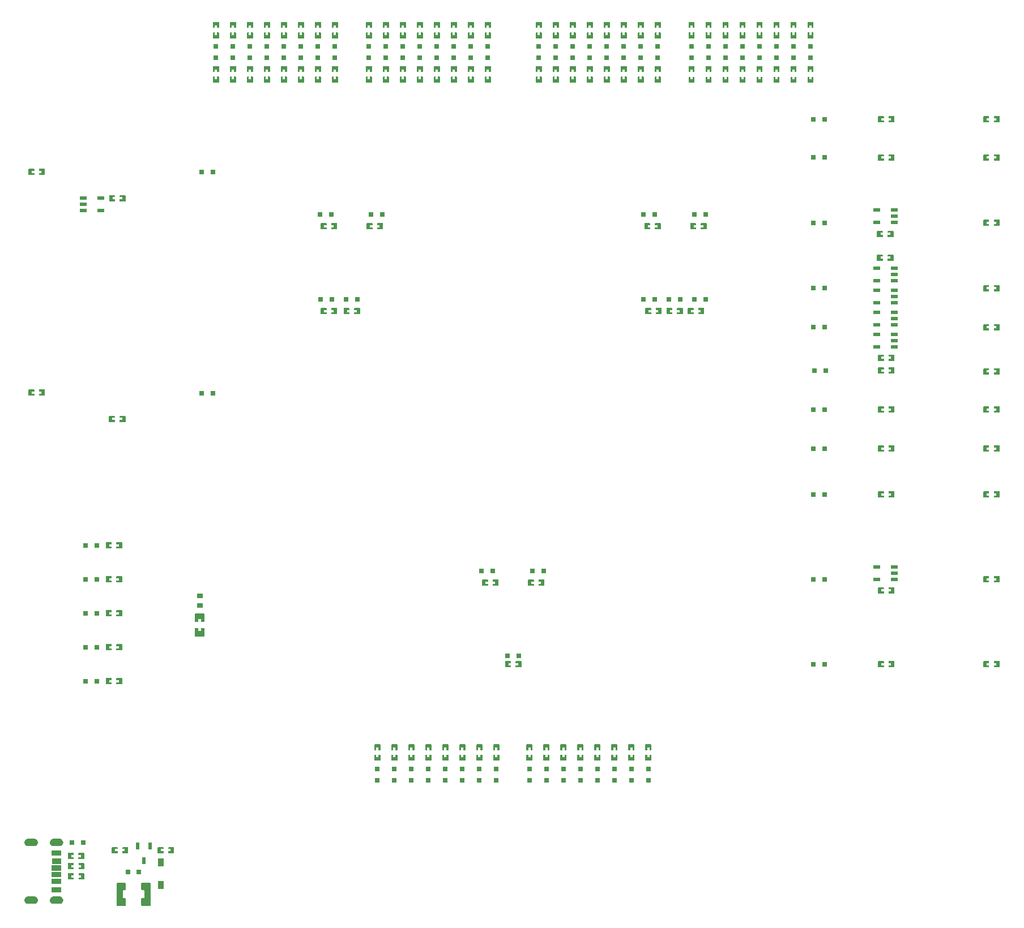
<source format=gtp>
G04 Layer: TopPasteMaskLayer*
G04 EasyEDA v6.5.34, 2023-08-02 13:28:42*
G04 2a62064472414b95bfa9a36f662312a8,5a6b42c53f6a479593ecc07194224c93,10*
G04 Gerber Generator version 0.2*
G04 Scale: 100 percent, Rotated: No, Reflected: No *
G04 Dimensions in millimeters *
G04 leading zeros omitted , absolute positions ,4 integer and 5 decimal *
%FSLAX45Y45*%
%MOMM*%

%ADD10R,0.9500X1.2000*%
%ADD11R,0.9000X0.8000*%
%ADD12R,1.0000X0.6000*%
%ADD13R,0.8000X0.8000*%
%ADD14R,0.5320X1.0375*%
%ADD15R,0.0129X1.0375*%

%LPD*%
G36*
X8650986Y-374091D02*
G01*
X8645956Y-379120D01*
X8645956Y-401878D01*
X8682939Y-401878D01*
X8682939Y-434898D01*
X8645956Y-434898D01*
X8645956Y-459079D01*
X8650986Y-464108D01*
X8730945Y-464108D01*
X8735974Y-459079D01*
X8735974Y-379120D01*
X8730945Y-374091D01*
G37*
G36*
X8491982Y-374091D02*
G01*
X8486952Y-379120D01*
X8486952Y-459079D01*
X8491982Y-464108D01*
X8570976Y-464108D01*
X8575954Y-459079D01*
X8575954Y-434898D01*
X8537956Y-434898D01*
X8537956Y-401878D01*
X8575954Y-401878D01*
X8575954Y-379120D01*
X8570976Y-374091D01*
G37*
G36*
X3812286Y-374091D02*
G01*
X3807256Y-379120D01*
X3807256Y-401878D01*
X3844239Y-401878D01*
X3844239Y-434898D01*
X3807256Y-434898D01*
X3807256Y-459079D01*
X3812286Y-464108D01*
X3892245Y-464108D01*
X3897274Y-459079D01*
X3897274Y-379120D01*
X3892245Y-374091D01*
G37*
G36*
X3653282Y-374091D02*
G01*
X3648252Y-379120D01*
X3648252Y-459079D01*
X3653282Y-464108D01*
X3732276Y-464108D01*
X3737254Y-459079D01*
X3737254Y-434898D01*
X3699256Y-434898D01*
X3699256Y-401878D01*
X3737254Y-401878D01*
X3737254Y-379120D01*
X3732276Y-374091D01*
G37*
G36*
X3126486Y-1644091D02*
G01*
X3121456Y-1649120D01*
X3121456Y-1671878D01*
X3158439Y-1671878D01*
X3158439Y-1704898D01*
X3121456Y-1704898D01*
X3121456Y-1729079D01*
X3126486Y-1734108D01*
X3206445Y-1734108D01*
X3211474Y-1729079D01*
X3211474Y-1649120D01*
X3206445Y-1644091D01*
G37*
G36*
X2967482Y-1644091D02*
G01*
X2962452Y-1649120D01*
X2962452Y-1729079D01*
X2967482Y-1734108D01*
X3046476Y-1734108D01*
X3051454Y-1729079D01*
X3051454Y-1704898D01*
X3013456Y-1704898D01*
X3013456Y-1671878D01*
X3051454Y-1671878D01*
X3051454Y-1649120D01*
X3046476Y-1644091D01*
G37*
G36*
X5539486Y-5708091D02*
G01*
X5534456Y-5713120D01*
X5534456Y-5735878D01*
X5571490Y-5735878D01*
X5571490Y-5768898D01*
X5534456Y-5768898D01*
X5534456Y-5793079D01*
X5539486Y-5798108D01*
X5619496Y-5798108D01*
X5624474Y-5793079D01*
X5624474Y-5713120D01*
X5619496Y-5708091D01*
G37*
G36*
X5380482Y-5708091D02*
G01*
X5375452Y-5713120D01*
X5375452Y-5793079D01*
X5380482Y-5798108D01*
X5459476Y-5798108D01*
X5464454Y-5793079D01*
X5464454Y-5768898D01*
X5426456Y-5768898D01*
X5426456Y-5735878D01*
X5464454Y-5735878D01*
X5464454Y-5713120D01*
X5459476Y-5708091D01*
G37*
G36*
X6225286Y-5708091D02*
G01*
X6220256Y-5713120D01*
X6220256Y-5735878D01*
X6257290Y-5735878D01*
X6257290Y-5768898D01*
X6220256Y-5768898D01*
X6220256Y-5793079D01*
X6225286Y-5798108D01*
X6305296Y-5798108D01*
X6310274Y-5793079D01*
X6310274Y-5713120D01*
X6305296Y-5708091D01*
G37*
G36*
X6066282Y-5708091D02*
G01*
X6061252Y-5713120D01*
X6061252Y-5793079D01*
X6066282Y-5798108D01*
X6145276Y-5798108D01*
X6150254Y-5793079D01*
X6150254Y-5768898D01*
X6112256Y-5768898D01*
X6112256Y-5735878D01*
X6150254Y-5735878D01*
X6150254Y-5713120D01*
X6145276Y-5708091D01*
G37*
G36*
X8612886Y-1644091D02*
G01*
X8607856Y-1649120D01*
X8607856Y-1671878D01*
X8644839Y-1671878D01*
X8644839Y-1704898D01*
X8607856Y-1704898D01*
X8607856Y-1729079D01*
X8612886Y-1734108D01*
X8692845Y-1734108D01*
X8697874Y-1729079D01*
X8697874Y-1649120D01*
X8692845Y-1644091D01*
G37*
G36*
X8453882Y-1644091D02*
G01*
X8448852Y-1649120D01*
X8448852Y-1729079D01*
X8453882Y-1734108D01*
X8532876Y-1734108D01*
X8537854Y-1729079D01*
X8537854Y-1704898D01*
X8499856Y-1704898D01*
X8499856Y-1671878D01*
X8537854Y-1671878D01*
X8537854Y-1649120D01*
X8532876Y-1644091D01*
G37*
G36*
X3126486Y-374091D02*
G01*
X3121456Y-379120D01*
X3121456Y-401878D01*
X3158439Y-401878D01*
X3158439Y-434898D01*
X3121456Y-434898D01*
X3121456Y-459079D01*
X3126486Y-464108D01*
X3206445Y-464108D01*
X3211474Y-459079D01*
X3211474Y-379120D01*
X3206445Y-374091D01*
G37*
G36*
X2967482Y-374091D02*
G01*
X2962452Y-379120D01*
X2962452Y-459079D01*
X2967482Y-464108D01*
X3046476Y-464108D01*
X3051454Y-459079D01*
X3051454Y-434898D01*
X3013456Y-434898D01*
X3013456Y-401878D01*
X3051454Y-401878D01*
X3051454Y-379120D01*
X3046476Y-374091D01*
G37*
G36*
X7977886Y-1644091D02*
G01*
X7972856Y-1649120D01*
X7972856Y-1671878D01*
X8009839Y-1671878D01*
X8009839Y-1704898D01*
X7972856Y-1704898D01*
X7972856Y-1729079D01*
X7977886Y-1734108D01*
X8057845Y-1734108D01*
X8062874Y-1729079D01*
X8062874Y-1649120D01*
X8057845Y-1644091D01*
G37*
G36*
X7818881Y-1644091D02*
G01*
X7813852Y-1649120D01*
X7813852Y-1729079D01*
X7818881Y-1734108D01*
X7897875Y-1734108D01*
X7902854Y-1729079D01*
X7902854Y-1704898D01*
X7864856Y-1704898D01*
X7864856Y-1671878D01*
X7902854Y-1671878D01*
X7902854Y-1649120D01*
X7897875Y-1644091D01*
G37*
G36*
X3469386Y-1644091D02*
G01*
X3464356Y-1649120D01*
X3464356Y-1671878D01*
X3501339Y-1671878D01*
X3501339Y-1704898D01*
X3464356Y-1704898D01*
X3464356Y-1729079D01*
X3469386Y-1734108D01*
X3549345Y-1734108D01*
X3554374Y-1729079D01*
X3554374Y-1649120D01*
X3549345Y-1644091D01*
G37*
G36*
X3310382Y-1644091D02*
G01*
X3305352Y-1649120D01*
X3305352Y-1729079D01*
X3310382Y-1734108D01*
X3389376Y-1734108D01*
X3394354Y-1729079D01*
X3394354Y-1704898D01*
X3356356Y-1704898D01*
X3356356Y-1671878D01*
X3394354Y-1671878D01*
X3394354Y-1649120D01*
X3389376Y-1644091D01*
G37*
G36*
X8295386Y-1644091D02*
G01*
X8290356Y-1649120D01*
X8290356Y-1671878D01*
X8327339Y-1671878D01*
X8327339Y-1704898D01*
X8290356Y-1704898D01*
X8290356Y-1729079D01*
X8295386Y-1734108D01*
X8375345Y-1734108D01*
X8380374Y-1729079D01*
X8380374Y-1649120D01*
X8375345Y-1644091D01*
G37*
G36*
X8136381Y-1644091D02*
G01*
X8131352Y-1649120D01*
X8131352Y-1729079D01*
X8136381Y-1734108D01*
X8215375Y-1734108D01*
X8220354Y-1729079D01*
X8220354Y-1704898D01*
X8182356Y-1704898D01*
X8182356Y-1671878D01*
X8220354Y-1671878D01*
X8220354Y-1649120D01*
X8215375Y-1644091D01*
G37*
G36*
X7965186Y-374091D02*
G01*
X7960156Y-379120D01*
X7960156Y-401878D01*
X7997139Y-401878D01*
X7997139Y-434898D01*
X7960156Y-434898D01*
X7960156Y-459079D01*
X7965186Y-464108D01*
X8045145Y-464108D01*
X8050174Y-459079D01*
X8050174Y-379120D01*
X8045145Y-374091D01*
G37*
G36*
X7806181Y-374091D02*
G01*
X7801152Y-379120D01*
X7801152Y-459079D01*
X7806181Y-464108D01*
X7885175Y-464108D01*
X7890154Y-459079D01*
X7890154Y-434898D01*
X7852156Y-434898D01*
X7852156Y-401878D01*
X7890154Y-401878D01*
X7890154Y-379120D01*
X7885175Y-374091D01*
G37*
G36*
X-653288Y-9797491D02*
G01*
X-658317Y-9802520D01*
X-658317Y-9825278D01*
X-621284Y-9825278D01*
X-621284Y-9858298D01*
X-658317Y-9858298D01*
X-658317Y-9882479D01*
X-653288Y-9887508D01*
X-573278Y-9887508D01*
X-568299Y-9882479D01*
X-568299Y-9802520D01*
X-573278Y-9797491D01*
G37*
G36*
X-812292Y-9797491D02*
G01*
X-817321Y-9802520D01*
X-817321Y-9882479D01*
X-812292Y-9887508D01*
X-733298Y-9887508D01*
X-728319Y-9882479D01*
X-728319Y-9858298D01*
X-766318Y-9858298D01*
X-766318Y-9825278D01*
X-728319Y-9825278D01*
X-728319Y-9802520D01*
X-733298Y-9797491D01*
G37*
G36*
X5882386Y-6927291D02*
G01*
X5877356Y-6932320D01*
X5877356Y-6955078D01*
X5914339Y-6955078D01*
X5914339Y-6988098D01*
X5877356Y-6988098D01*
X5877356Y-7012279D01*
X5882386Y-7017308D01*
X5962345Y-7017308D01*
X5967374Y-7012279D01*
X5967374Y-6932320D01*
X5962345Y-6927291D01*
G37*
G36*
X5723382Y-6927291D02*
G01*
X5718352Y-6932320D01*
X5718352Y-7012279D01*
X5723382Y-7017308D01*
X5802376Y-7017308D01*
X5807354Y-7012279D01*
X5807354Y-6988098D01*
X5769356Y-6988098D01*
X5769356Y-6955078D01*
X5807354Y-6955078D01*
X5807354Y-6932320D01*
X5802376Y-6927291D01*
G37*
G36*
X-1030478Y-10448086D02*
G01*
X-1037234Y-10448493D01*
X-1043889Y-10449763D01*
X-1050340Y-10451795D01*
X-1056487Y-10454640D01*
X-1062278Y-10458196D01*
X-1067562Y-10462463D01*
X-1072235Y-10467289D01*
X-1076350Y-10472724D01*
X-1079703Y-10478566D01*
X-1082344Y-10484815D01*
X-1084224Y-10491317D01*
X-1085240Y-10498023D01*
X-1085443Y-10504779D01*
X-1084834Y-10511536D01*
X-1083411Y-10518140D01*
X-1081125Y-10524540D01*
X-1078128Y-10530586D01*
X-1074369Y-10536224D01*
X-1069949Y-10541406D01*
X-1064971Y-10545927D01*
X-1062278Y-10548010D01*
X-1056487Y-10551566D01*
X-1050340Y-10554360D01*
X-1047140Y-10555528D01*
X-1040587Y-10557154D01*
X-1033881Y-10558018D01*
X-940460Y-10558119D01*
X-933703Y-10557662D01*
X-927049Y-10556443D01*
X-923798Y-10555528D01*
X-917498Y-10553039D01*
X-914450Y-10551566D01*
X-908710Y-10548010D01*
X-903427Y-10543743D01*
X-898702Y-10538866D01*
X-894638Y-10533481D01*
X-891235Y-10527639D01*
X-888593Y-10521391D01*
X-886764Y-10514888D01*
X-885698Y-10508183D01*
X-885494Y-10501426D01*
X-885698Y-10498023D01*
X-886764Y-10491317D01*
X-888593Y-10484815D01*
X-891235Y-10478566D01*
X-894638Y-10472724D01*
X-898702Y-10467289D01*
X-903427Y-10462463D01*
X-908710Y-10458196D01*
X-914450Y-10454640D01*
X-920597Y-10451795D01*
X-927049Y-10449763D01*
X-933703Y-10448493D01*
X-940460Y-10448086D01*
G37*
G36*
X-1030478Y-9584080D02*
G01*
X-1037234Y-9584486D01*
X-1043889Y-9585756D01*
X-1050340Y-9587788D01*
X-1056487Y-9590633D01*
X-1062278Y-9594189D01*
X-1067562Y-9598456D01*
X-1072235Y-9603282D01*
X-1076350Y-9608718D01*
X-1079703Y-9614560D01*
X-1082344Y-9620808D01*
X-1084224Y-9627311D01*
X-1085240Y-9634016D01*
X-1085443Y-9640773D01*
X-1084834Y-9647529D01*
X-1083411Y-9654133D01*
X-1081125Y-9660534D01*
X-1078128Y-9666579D01*
X-1074369Y-9672218D01*
X-1069949Y-9677400D01*
X-1064971Y-9681921D01*
X-1062278Y-9684004D01*
X-1056487Y-9687560D01*
X-1050340Y-9690354D01*
X-1047140Y-9691522D01*
X-1040587Y-9693148D01*
X-1033881Y-9694011D01*
X-940460Y-9694113D01*
X-933703Y-9693656D01*
X-927049Y-9692436D01*
X-923798Y-9691522D01*
X-917498Y-9689033D01*
X-914450Y-9687560D01*
X-908710Y-9684004D01*
X-903427Y-9679736D01*
X-898702Y-9674860D01*
X-894638Y-9669475D01*
X-891235Y-9663633D01*
X-888593Y-9657384D01*
X-886764Y-9650882D01*
X-885698Y-9644176D01*
X-885494Y-9637420D01*
X-885698Y-9634016D01*
X-886764Y-9627311D01*
X-888593Y-9620808D01*
X-891235Y-9614560D01*
X-894638Y-9608718D01*
X-898702Y-9603282D01*
X-903427Y-9598456D01*
X-908710Y-9594189D01*
X-914450Y-9590633D01*
X-920597Y-9587788D01*
X-927049Y-9585756D01*
X-933703Y-9584486D01*
X-940460Y-9584080D01*
G37*
G36*
X-1410512Y-9584080D02*
G01*
X-1417269Y-9584486D01*
X-1423924Y-9585756D01*
X-1430375Y-9587788D01*
X-1436522Y-9590633D01*
X-1442262Y-9594189D01*
X-1447546Y-9598456D01*
X-1452270Y-9603282D01*
X-1456334Y-9608718D01*
X-1459738Y-9614560D01*
X-1462379Y-9620808D01*
X-1464208Y-9627311D01*
X-1465275Y-9634016D01*
X-1465478Y-9640773D01*
X-1464868Y-9647529D01*
X-1463395Y-9654133D01*
X-1461160Y-9660534D01*
X-1458112Y-9666579D01*
X-1454404Y-9672218D01*
X-1449984Y-9677400D01*
X-1444955Y-9681921D01*
X-1442262Y-9684004D01*
X-1436522Y-9687560D01*
X-1430375Y-9690354D01*
X-1427175Y-9691522D01*
X-1420622Y-9693148D01*
X-1413865Y-9694011D01*
X-1317091Y-9694011D01*
X-1310386Y-9693148D01*
X-1303832Y-9691522D01*
X-1297482Y-9689033D01*
X-1291539Y-9685832D01*
X-1288694Y-9684004D01*
X-1283462Y-9679736D01*
X-1278737Y-9674860D01*
X-1274622Y-9669475D01*
X-1271270Y-9663633D01*
X-1268628Y-9657384D01*
X-1266748Y-9650882D01*
X-1265732Y-9644176D01*
X-1265529Y-9637420D01*
X-1266139Y-9630664D01*
X-1266748Y-9627311D01*
X-1268628Y-9620808D01*
X-1271270Y-9614560D01*
X-1274622Y-9608718D01*
X-1278737Y-9603282D01*
X-1283462Y-9598456D01*
X-1288694Y-9594189D01*
X-1294485Y-9590633D01*
X-1300632Y-9587788D01*
X-1307084Y-9585756D01*
X-1313738Y-9584486D01*
X-1320495Y-9584080D01*
G37*
G36*
X-1410512Y-10448086D02*
G01*
X-1417269Y-10448493D01*
X-1423924Y-10449763D01*
X-1430375Y-10451795D01*
X-1436522Y-10454640D01*
X-1442262Y-10458196D01*
X-1447546Y-10462463D01*
X-1452270Y-10467289D01*
X-1456334Y-10472724D01*
X-1459738Y-10478566D01*
X-1462379Y-10484815D01*
X-1464208Y-10491317D01*
X-1465275Y-10498023D01*
X-1465478Y-10504779D01*
X-1464868Y-10511536D01*
X-1463395Y-10518140D01*
X-1461160Y-10524540D01*
X-1458112Y-10530586D01*
X-1454404Y-10536224D01*
X-1449984Y-10541406D01*
X-1444955Y-10545927D01*
X-1442262Y-10548010D01*
X-1436522Y-10551566D01*
X-1430375Y-10554360D01*
X-1427175Y-10555528D01*
X-1420622Y-10557154D01*
X-1413865Y-10558018D01*
X-1317091Y-10558018D01*
X-1310386Y-10557154D01*
X-1303832Y-10555528D01*
X-1297482Y-10553039D01*
X-1291539Y-10549839D01*
X-1288694Y-10548010D01*
X-1283462Y-10543743D01*
X-1278737Y-10538866D01*
X-1274622Y-10533481D01*
X-1271270Y-10527639D01*
X-1268628Y-10521391D01*
X-1266748Y-10514888D01*
X-1265732Y-10508183D01*
X-1265529Y-10501426D01*
X-1266139Y-10494670D01*
X-1266748Y-10491317D01*
X-1268628Y-10484815D01*
X-1271270Y-10478566D01*
X-1274622Y-10472724D01*
X-1278737Y-10467289D01*
X-1283462Y-10462463D01*
X-1288694Y-10458196D01*
X-1294485Y-10454640D01*
X-1300632Y-10451795D01*
X-1307084Y-10449763D01*
X-1313738Y-10448493D01*
X-1320495Y-10448086D01*
G37*
G36*
X-1055725Y-9981082D02*
G01*
X-1055725Y-10061092D01*
X-915720Y-10061092D01*
X-915720Y-9981082D01*
G37*
G36*
X-1055725Y-10081056D02*
G01*
X-1055725Y-10161066D01*
X-915720Y-10161066D01*
X-915720Y-10081056D01*
G37*
G36*
X-1055573Y-10183114D02*
G01*
X-1055573Y-10263073D01*
X-915568Y-10263073D01*
X-915568Y-10183114D01*
G37*
G36*
X-1055319Y-9879126D02*
G01*
X-1055319Y-9959086D01*
X-915314Y-9959086D01*
X-915314Y-9879126D01*
G37*
G36*
X-1055471Y-10306100D02*
G01*
X-1055471Y-10386110D01*
X-915466Y-10386110D01*
X-915466Y-10306100D01*
G37*
G36*
X-1055471Y-9756089D02*
G01*
X-1055471Y-9836099D01*
X-915466Y-9836099D01*
X-915466Y-9756089D01*
G37*
G36*
X290982Y-10239044D02*
G01*
X280974Y-10249052D01*
X280974Y-10344505D01*
X290982Y-10354513D01*
X318820Y-10354513D01*
X328777Y-10364520D01*
X328777Y-10463479D01*
X318820Y-10473486D01*
X290982Y-10473486D01*
X280974Y-10483494D01*
X280974Y-10578947D01*
X290982Y-10588955D01*
X411632Y-10588955D01*
X421640Y-10578947D01*
X421640Y-10249052D01*
X411632Y-10239044D01*
G37*
G36*
X-79705Y-10239044D02*
G01*
X-89712Y-10249052D01*
X-89712Y-10578947D01*
X-79705Y-10588955D01*
X40995Y-10588955D01*
X50952Y-10578947D01*
X50952Y-10483494D01*
X40995Y-10473486D01*
X13157Y-10473486D01*
X3149Y-10463479D01*
X3149Y-10364520D01*
X13157Y-10354513D01*
X40995Y-10354513D01*
X50952Y-10344505D01*
X50952Y-10249052D01*
X40995Y-10239044D01*
G37*
G36*
X-156718Y-9708591D02*
G01*
X-161747Y-9713569D01*
X-161747Y-9793579D01*
X-156718Y-9798608D01*
X-76708Y-9798608D01*
X-71729Y-9793579D01*
X-71729Y-9770770D01*
X-108712Y-9770770D01*
X-108712Y-9737801D01*
X-71729Y-9737801D01*
X-71729Y-9713569D01*
X-76708Y-9708591D01*
G37*
G36*
X3251Y-9708591D02*
G01*
X-1727Y-9713569D01*
X-1727Y-9737801D01*
X36271Y-9737801D01*
X36271Y-9770770D01*
X-1727Y-9770770D01*
X-1727Y-9793579D01*
X3251Y-9798608D01*
X82245Y-9798608D01*
X87274Y-9793579D01*
X87274Y-9713569D01*
X82245Y-9708591D01*
G37*
G36*
X529082Y-9708591D02*
G01*
X524052Y-9713569D01*
X524052Y-9793579D01*
X529082Y-9798608D01*
X609092Y-9798608D01*
X614070Y-9793579D01*
X614070Y-9770770D01*
X577088Y-9770770D01*
X577088Y-9737801D01*
X614070Y-9737801D01*
X614070Y-9713569D01*
X609092Y-9708591D01*
G37*
G36*
X689051Y-9708591D02*
G01*
X684072Y-9713569D01*
X684072Y-9737801D01*
X722071Y-9737801D01*
X722071Y-9770770D01*
X684072Y-9770770D01*
X684072Y-9793579D01*
X689051Y-9798608D01*
X768045Y-9798608D01*
X773074Y-9793579D01*
X773074Y-9713569D01*
X768045Y-9708591D01*
G37*
G36*
X-812292Y-9949891D02*
G01*
X-817321Y-9954869D01*
X-817321Y-10034879D01*
X-812292Y-10039908D01*
X-732282Y-10039908D01*
X-727303Y-10034879D01*
X-727303Y-10012121D01*
X-764286Y-10012121D01*
X-764286Y-9979101D01*
X-727303Y-9979101D01*
X-727303Y-9954869D01*
X-732282Y-9949891D01*
G37*
G36*
X-652322Y-9949891D02*
G01*
X-657301Y-9954869D01*
X-657301Y-9979101D01*
X-619302Y-9979101D01*
X-619302Y-10012121D01*
X-657301Y-10012121D01*
X-657301Y-10034879D01*
X-652322Y-10039908D01*
X-573328Y-10039908D01*
X-568299Y-10034879D01*
X-568299Y-9954869D01*
X-573328Y-9949891D01*
G37*
G36*
X-812292Y-10102291D02*
G01*
X-817321Y-10107269D01*
X-817321Y-10187279D01*
X-812292Y-10192308D01*
X-732282Y-10192308D01*
X-727303Y-10187279D01*
X-727303Y-10164521D01*
X-764286Y-10164521D01*
X-764286Y-10131501D01*
X-727303Y-10131501D01*
X-727303Y-10107269D01*
X-732282Y-10102291D01*
G37*
G36*
X-652322Y-10102291D02*
G01*
X-657301Y-10107269D01*
X-657301Y-10131501D01*
X-619302Y-10131501D01*
X-619302Y-10164521D01*
X-657301Y-10164521D01*
X-657301Y-10187279D01*
X-652322Y-10192308D01*
X-573328Y-10192308D01*
X-568299Y-10187279D01*
X-568299Y-10107269D01*
X-573328Y-10102291D01*
G37*
G36*
X1131570Y-6430111D02*
G01*
X1090523Y-6430619D01*
X1085545Y-6435598D01*
X1085545Y-6550609D01*
X1090523Y-6555587D01*
X1218539Y-6555587D01*
X1223568Y-6550609D01*
X1223568Y-6435598D01*
X1218539Y-6430619D01*
X1176528Y-6431127D01*
X1176528Y-6475120D01*
X1131570Y-6475120D01*
G37*
G36*
X1090523Y-6215583D02*
G01*
X1085545Y-6220612D01*
X1085545Y-6335623D01*
X1090523Y-6340602D01*
X1131570Y-6340094D01*
X1131570Y-6296101D01*
X1176528Y-6296101D01*
X1176528Y-6340602D01*
X1218539Y-6340602D01*
X1223568Y-6335623D01*
X1223568Y-6220612D01*
X1218539Y-6215583D01*
G37*
G36*
X-245668Y-5149291D02*
G01*
X-250647Y-5154320D01*
X-250647Y-5234279D01*
X-245668Y-5239308D01*
X-165658Y-5239308D01*
X-160629Y-5234279D01*
X-160629Y-5211521D01*
X-197662Y-5211521D01*
X-197662Y-5178501D01*
X-160629Y-5178501D01*
X-160629Y-5154320D01*
X-165658Y-5149291D01*
G37*
G36*
X-85648Y-5149291D02*
G01*
X-90627Y-5154320D01*
X-90627Y-5178501D01*
X-52628Y-5178501D01*
X-52628Y-5211521D01*
X-90627Y-5211521D01*
X-90627Y-5234279D01*
X-85648Y-5239308D01*
X-6654Y-5239308D01*
X-1676Y-5234279D01*
X-1676Y-5154320D01*
X-6654Y-5149291D01*
G37*
G36*
X-245668Y-5657291D02*
G01*
X-250647Y-5662320D01*
X-250647Y-5742279D01*
X-245668Y-5747308D01*
X-165658Y-5747308D01*
X-160629Y-5742279D01*
X-160629Y-5719521D01*
X-197662Y-5719521D01*
X-197662Y-5686501D01*
X-160629Y-5686501D01*
X-160629Y-5662320D01*
X-165658Y-5657291D01*
G37*
G36*
X-85648Y-5657291D02*
G01*
X-90627Y-5662320D01*
X-90627Y-5686501D01*
X-52628Y-5686501D01*
X-52628Y-5719521D01*
X-90627Y-5719521D01*
X-90627Y-5742279D01*
X-85648Y-5747308D01*
X-6654Y-5747308D01*
X-1676Y-5742279D01*
X-1676Y-5662320D01*
X-6654Y-5657291D01*
G37*
G36*
X-245668Y-6165291D02*
G01*
X-250647Y-6170320D01*
X-250647Y-6250279D01*
X-245668Y-6255308D01*
X-165658Y-6255308D01*
X-160629Y-6250279D01*
X-160629Y-6227521D01*
X-197662Y-6227521D01*
X-197662Y-6194501D01*
X-160629Y-6194501D01*
X-160629Y-6170320D01*
X-165658Y-6165291D01*
G37*
G36*
X-85648Y-6165291D02*
G01*
X-90627Y-6170320D01*
X-90627Y-6194501D01*
X-52628Y-6194501D01*
X-52628Y-6227521D01*
X-90627Y-6227521D01*
X-90627Y-6250279D01*
X-85648Y-6255308D01*
X-6654Y-6255308D01*
X-1676Y-6250279D01*
X-1676Y-6170320D01*
X-6654Y-6165291D01*
G37*
G36*
X-245668Y-7181291D02*
G01*
X-250647Y-7186320D01*
X-250647Y-7266279D01*
X-245668Y-7271308D01*
X-165658Y-7271308D01*
X-160629Y-7266279D01*
X-160629Y-7243521D01*
X-197662Y-7243521D01*
X-197662Y-7210501D01*
X-160629Y-7210501D01*
X-160629Y-7186320D01*
X-165658Y-7181291D01*
G37*
G36*
X-85648Y-7181291D02*
G01*
X-90627Y-7186320D01*
X-90627Y-7210501D01*
X-52628Y-7210501D01*
X-52628Y-7243521D01*
X-90627Y-7243521D01*
X-90627Y-7266279D01*
X-85648Y-7271308D01*
X-6654Y-7271308D01*
X-1676Y-7266279D01*
X-1676Y-7186320D01*
X-6654Y-7181291D01*
G37*
G36*
X-245668Y-6673291D02*
G01*
X-250647Y-6678320D01*
X-250647Y-6758279D01*
X-245668Y-6763308D01*
X-165658Y-6763308D01*
X-160629Y-6758279D01*
X-160629Y-6735521D01*
X-197662Y-6735521D01*
X-197662Y-6702501D01*
X-160629Y-6702501D01*
X-160629Y-6678320D01*
X-165658Y-6673291D01*
G37*
G36*
X-85648Y-6673291D02*
G01*
X-90627Y-6678320D01*
X-90627Y-6702501D01*
X-52628Y-6702501D01*
X-52628Y-6735521D01*
X-90627Y-6735521D01*
X-90627Y-6758279D01*
X-85648Y-6763308D01*
X-6654Y-6763308D01*
X-1676Y-6758279D01*
X-1676Y-6678320D01*
X-6654Y-6673291D01*
G37*
G36*
X13031622Y-4387291D02*
G01*
X13026593Y-4392320D01*
X13026593Y-4415078D01*
X13063575Y-4415078D01*
X13063575Y-4448098D01*
X13026593Y-4448098D01*
X13026593Y-4472279D01*
X13031622Y-4477308D01*
X13111581Y-4477308D01*
X13116610Y-4472279D01*
X13116610Y-4392320D01*
X13111581Y-4387291D01*
G37*
G36*
X12872618Y-4387291D02*
G01*
X12867589Y-4392320D01*
X12867589Y-4472279D01*
X12872618Y-4477308D01*
X12951612Y-4477308D01*
X12956590Y-4472279D01*
X12956590Y-4448098D01*
X12918592Y-4448098D01*
X12918592Y-4415078D01*
X12956590Y-4415078D01*
X12956590Y-4392320D01*
X12951612Y-4387291D01*
G37*
G36*
X11297818Y-4387291D02*
G01*
X11292789Y-4392320D01*
X11292789Y-4472279D01*
X11297818Y-4477308D01*
X11377777Y-4477308D01*
X11382806Y-4472279D01*
X11382806Y-4449521D01*
X11345773Y-4449521D01*
X11345773Y-4416501D01*
X11382806Y-4416501D01*
X11382806Y-4392320D01*
X11377777Y-4387291D01*
G37*
G36*
X11457787Y-4387291D02*
G01*
X11452809Y-4392320D01*
X11452809Y-4416501D01*
X11490807Y-4416501D01*
X11490807Y-4449521D01*
X11452809Y-4449521D01*
X11452809Y-4472279D01*
X11457787Y-4477308D01*
X11536781Y-4477308D01*
X11541810Y-4472279D01*
X11541810Y-4392320D01*
X11536781Y-4387291D01*
G37*
G36*
X13031622Y-3701491D02*
G01*
X13026593Y-3706520D01*
X13026593Y-3729278D01*
X13063575Y-3729278D01*
X13063575Y-3762298D01*
X13026593Y-3762298D01*
X13026593Y-3786479D01*
X13031622Y-3791508D01*
X13111581Y-3791508D01*
X13116610Y-3786479D01*
X13116610Y-3706520D01*
X13111581Y-3701491D01*
G37*
G36*
X12872618Y-3701491D02*
G01*
X12867589Y-3706520D01*
X12867589Y-3786479D01*
X12872618Y-3791508D01*
X12951612Y-3791508D01*
X12956590Y-3786479D01*
X12956590Y-3762298D01*
X12918592Y-3762298D01*
X12918592Y-3729278D01*
X12956590Y-3729278D01*
X12956590Y-3706520D01*
X12951612Y-3701491D01*
G37*
G36*
X11297818Y-3701491D02*
G01*
X11292789Y-3706520D01*
X11292789Y-3786479D01*
X11297818Y-3791508D01*
X11377777Y-3791508D01*
X11382806Y-3786479D01*
X11382806Y-3763721D01*
X11345773Y-3763721D01*
X11345773Y-3730701D01*
X11382806Y-3730701D01*
X11382806Y-3706520D01*
X11377777Y-3701491D01*
G37*
G36*
X11457787Y-3701491D02*
G01*
X11452809Y-3706520D01*
X11452809Y-3730701D01*
X11490807Y-3730701D01*
X11490807Y-3763721D01*
X11452809Y-3763721D01*
X11452809Y-3786479D01*
X11457787Y-3791508D01*
X11536781Y-3791508D01*
X11541810Y-3786479D01*
X11541810Y-3706520D01*
X11536781Y-3701491D01*
G37*
G36*
X13031622Y-3117291D02*
G01*
X13026593Y-3122320D01*
X13026593Y-3145078D01*
X13063575Y-3145078D01*
X13063575Y-3178098D01*
X13026593Y-3178098D01*
X13026593Y-3202279D01*
X13031622Y-3207308D01*
X13111581Y-3207308D01*
X13116610Y-3202279D01*
X13116610Y-3122320D01*
X13111581Y-3117291D01*
G37*
G36*
X12872618Y-3117291D02*
G01*
X12867589Y-3122320D01*
X12867589Y-3202279D01*
X12872618Y-3207308D01*
X12951612Y-3207308D01*
X12956590Y-3202279D01*
X12956590Y-3178098D01*
X12918592Y-3178098D01*
X12918592Y-3145078D01*
X12956590Y-3145078D01*
X12956590Y-3122320D01*
X12951612Y-3117291D01*
G37*
G36*
X11297818Y-3117291D02*
G01*
X11292789Y-3122320D01*
X11292789Y-3202279D01*
X11297818Y-3207308D01*
X11377777Y-3207308D01*
X11382806Y-3202279D01*
X11382806Y-3179521D01*
X11345773Y-3179521D01*
X11345773Y-3146501D01*
X11382806Y-3146501D01*
X11382806Y-3122320D01*
X11377777Y-3117291D01*
G37*
G36*
X11457787Y-3117291D02*
G01*
X11452809Y-3122320D01*
X11452809Y-3146501D01*
X11490807Y-3146501D01*
X11490807Y-3179521D01*
X11452809Y-3179521D01*
X11452809Y-3202279D01*
X11457787Y-3207308D01*
X11536781Y-3207308D01*
X11541810Y-3202279D01*
X11541810Y-3122320D01*
X11536781Y-3117291D01*
G37*
G36*
X13031622Y-2545791D02*
G01*
X13026593Y-2550820D01*
X13026593Y-2573578D01*
X13063575Y-2573578D01*
X13063575Y-2606598D01*
X13026593Y-2606598D01*
X13026593Y-2630779D01*
X13031622Y-2635808D01*
X13111581Y-2635808D01*
X13116610Y-2630779D01*
X13116610Y-2550820D01*
X13111581Y-2545791D01*
G37*
G36*
X12872618Y-2545791D02*
G01*
X12867589Y-2550820D01*
X12867589Y-2630779D01*
X12872618Y-2635808D01*
X12951612Y-2635808D01*
X12956590Y-2630779D01*
X12956590Y-2606598D01*
X12918592Y-2606598D01*
X12918592Y-2573578D01*
X12956590Y-2573578D01*
X12956590Y-2550820D01*
X12951612Y-2545791D01*
G37*
G36*
X11297818Y-2533091D02*
G01*
X11292789Y-2538120D01*
X11292789Y-2618079D01*
X11297818Y-2623108D01*
X11377777Y-2623108D01*
X11382806Y-2618079D01*
X11382806Y-2595321D01*
X11345773Y-2595321D01*
X11345773Y-2562301D01*
X11382806Y-2562301D01*
X11382806Y-2538120D01*
X11377777Y-2533091D01*
G37*
G36*
X11457787Y-2533091D02*
G01*
X11452809Y-2538120D01*
X11452809Y-2562301D01*
X11490807Y-2562301D01*
X11490807Y-2595321D01*
X11452809Y-2595321D01*
X11452809Y-2618079D01*
X11457787Y-2623108D01*
X11536781Y-2623108D01*
X11541810Y-2618079D01*
X11541810Y-2538120D01*
X11536781Y-2533091D01*
G37*
G36*
X13031622Y-1885391D02*
G01*
X13026593Y-1890420D01*
X13026593Y-1913178D01*
X13063575Y-1913178D01*
X13063575Y-1946198D01*
X13026593Y-1946198D01*
X13026593Y-1970379D01*
X13031622Y-1975408D01*
X13111581Y-1975408D01*
X13116610Y-1970379D01*
X13116610Y-1890420D01*
X13111581Y-1885391D01*
G37*
G36*
X12872618Y-1885391D02*
G01*
X12867589Y-1890420D01*
X12867589Y-1970379D01*
X12872618Y-1975408D01*
X12951612Y-1975408D01*
X12956590Y-1970379D01*
X12956590Y-1946198D01*
X12918592Y-1946198D01*
X12918592Y-1913178D01*
X12956590Y-1913178D01*
X12956590Y-1890420D01*
X12951612Y-1885391D01*
G37*
G36*
X11297818Y-2342591D02*
G01*
X11292789Y-2347620D01*
X11292789Y-2427579D01*
X11297818Y-2432608D01*
X11377777Y-2432608D01*
X11382806Y-2427579D01*
X11382806Y-2404821D01*
X11345773Y-2404821D01*
X11345773Y-2371801D01*
X11382806Y-2371801D01*
X11382806Y-2347620D01*
X11377777Y-2342591D01*
G37*
G36*
X11457787Y-2342591D02*
G01*
X11452809Y-2347620D01*
X11452809Y-2371801D01*
X11490807Y-2371801D01*
X11490807Y-2404821D01*
X11452809Y-2404821D01*
X11452809Y-2427579D01*
X11457787Y-2432608D01*
X11536781Y-2432608D01*
X11541810Y-2427579D01*
X11541810Y-2347620D01*
X11536781Y-2342591D01*
G37*
G36*
X13031622Y-1301191D02*
G01*
X13026593Y-1306220D01*
X13026593Y-1328978D01*
X13063575Y-1328978D01*
X13063575Y-1361998D01*
X13026593Y-1361998D01*
X13026593Y-1386179D01*
X13031622Y-1391208D01*
X13111581Y-1391208D01*
X13116610Y-1386179D01*
X13116610Y-1306220D01*
X13111581Y-1301191D01*
G37*
G36*
X12872618Y-1301191D02*
G01*
X12867589Y-1306220D01*
X12867589Y-1386179D01*
X12872618Y-1391208D01*
X12951612Y-1391208D01*
X12956590Y-1386179D01*
X12956590Y-1361998D01*
X12918592Y-1361998D01*
X12918592Y-1328978D01*
X12956590Y-1328978D01*
X12956590Y-1306220D01*
X12951612Y-1301191D01*
G37*
G36*
X11285118Y-843991D02*
G01*
X11280089Y-849020D01*
X11280089Y-928979D01*
X11285118Y-934008D01*
X11365077Y-934008D01*
X11370106Y-928979D01*
X11370106Y-906221D01*
X11333073Y-906221D01*
X11333073Y-873201D01*
X11370106Y-873201D01*
X11370106Y-849020D01*
X11365077Y-843991D01*
G37*
G36*
X11445087Y-843991D02*
G01*
X11440109Y-849020D01*
X11440109Y-873201D01*
X11478107Y-873201D01*
X11478107Y-906221D01*
X11440109Y-906221D01*
X11440109Y-928979D01*
X11445087Y-934008D01*
X11524081Y-934008D01*
X11529110Y-928979D01*
X11529110Y-849020D01*
X11524081Y-843991D01*
G37*
G36*
X13031622Y-323291D02*
G01*
X13026593Y-328320D01*
X13026593Y-351078D01*
X13063575Y-351078D01*
X13063575Y-384098D01*
X13026593Y-384098D01*
X13026593Y-408279D01*
X13031622Y-413308D01*
X13111581Y-413308D01*
X13116610Y-408279D01*
X13116610Y-328320D01*
X13111581Y-323291D01*
G37*
G36*
X12872618Y-323291D02*
G01*
X12867589Y-328320D01*
X12867589Y-408279D01*
X12872618Y-413308D01*
X12951612Y-413308D01*
X12956590Y-408279D01*
X12956590Y-384098D01*
X12918592Y-384098D01*
X12918592Y-351078D01*
X12956590Y-351078D01*
X12956590Y-328320D01*
X12951612Y-323291D01*
G37*
G36*
X11285118Y-488391D02*
G01*
X11280089Y-493420D01*
X11280089Y-573379D01*
X11285118Y-578408D01*
X11365077Y-578408D01*
X11370106Y-573379D01*
X11370106Y-550621D01*
X11333073Y-550621D01*
X11333073Y-517601D01*
X11370106Y-517601D01*
X11370106Y-493420D01*
X11365077Y-488391D01*
G37*
G36*
X11445087Y-488391D02*
G01*
X11440109Y-493420D01*
X11440109Y-517601D01*
X11478107Y-517601D01*
X11478107Y-550621D01*
X11440109Y-550621D01*
X11440109Y-573379D01*
X11445087Y-578408D01*
X11524081Y-578408D01*
X11529110Y-573379D01*
X11529110Y-493420D01*
X11524081Y-488391D01*
G37*
G36*
X13031622Y654608D02*
G01*
X13026593Y649579D01*
X13026593Y626821D01*
X13063575Y626821D01*
X13063575Y593801D01*
X13026593Y593801D01*
X13026593Y569620D01*
X13031622Y564591D01*
X13111581Y564591D01*
X13116610Y569620D01*
X13116610Y649579D01*
X13111581Y654608D01*
G37*
G36*
X12872618Y654608D02*
G01*
X12867589Y649579D01*
X12867589Y569620D01*
X12872618Y564591D01*
X12951612Y564591D01*
X12956590Y569620D01*
X12956590Y593801D01*
X12918592Y593801D01*
X12918592Y626821D01*
X12956590Y626821D01*
X12956590Y649579D01*
X12951612Y654608D01*
G37*
G36*
X11297818Y654608D02*
G01*
X11292789Y649579D01*
X11292789Y569620D01*
X11297818Y564591D01*
X11377777Y564591D01*
X11382806Y569620D01*
X11382806Y592378D01*
X11345773Y592378D01*
X11345773Y625398D01*
X11382806Y625398D01*
X11382806Y649579D01*
X11377777Y654608D01*
G37*
G36*
X11457787Y654608D02*
G01*
X11452809Y649579D01*
X11452809Y625398D01*
X11490807Y625398D01*
X11490807Y592378D01*
X11452809Y592378D01*
X11452809Y569620D01*
X11457787Y564591D01*
X11536781Y564591D01*
X11541810Y569620D01*
X11541810Y649579D01*
X11536781Y654608D01*
G37*
G36*
X13031622Y1226108D02*
G01*
X13026593Y1221079D01*
X13026593Y1198321D01*
X13063575Y1198321D01*
X13063575Y1165301D01*
X13026593Y1165301D01*
X13026593Y1141120D01*
X13031622Y1136091D01*
X13111581Y1136091D01*
X13116610Y1141120D01*
X13116610Y1221079D01*
X13111581Y1226108D01*
G37*
G36*
X12872618Y1226108D02*
G01*
X12867589Y1221079D01*
X12867589Y1141120D01*
X12872618Y1136091D01*
X12951612Y1136091D01*
X12956590Y1141120D01*
X12956590Y1165301D01*
X12918592Y1165301D01*
X12918592Y1198321D01*
X12956590Y1198321D01*
X12956590Y1221079D01*
X12951612Y1226108D01*
G37*
G36*
X11297818Y1226108D02*
G01*
X11292789Y1221079D01*
X11292789Y1141120D01*
X11297818Y1136091D01*
X11377777Y1136091D01*
X11382806Y1141120D01*
X11382806Y1163878D01*
X11345773Y1163878D01*
X11345773Y1196898D01*
X11382806Y1196898D01*
X11382806Y1221079D01*
X11377777Y1226108D01*
G37*
G36*
X11457787Y1226108D02*
G01*
X11452809Y1221079D01*
X11452809Y1196898D01*
X11490807Y1196898D01*
X11490807Y1163878D01*
X11452809Y1163878D01*
X11452809Y1141120D01*
X11457787Y1136091D01*
X11536781Y1136091D01*
X11541810Y1141120D01*
X11541810Y1221079D01*
X11536781Y1226108D01*
G37*
G36*
X-1402181Y438708D02*
G01*
X-1407210Y433679D01*
X-1407210Y353720D01*
X-1402181Y348691D01*
X-1322222Y348691D01*
X-1317193Y353720D01*
X-1317193Y376478D01*
X-1354226Y376478D01*
X-1354226Y409498D01*
X-1317193Y409498D01*
X-1317193Y433679D01*
X-1322222Y438708D01*
G37*
G36*
X-1242212Y438708D02*
G01*
X-1247190Y433679D01*
X-1247190Y409498D01*
X-1209192Y409498D01*
X-1209192Y376478D01*
X-1247190Y376478D01*
X-1247190Y353720D01*
X-1242212Y348691D01*
X-1163218Y348691D01*
X-1158189Y353720D01*
X-1158189Y433679D01*
X-1163218Y438708D01*
G37*
G36*
X-35814Y45008D02*
G01*
X-40843Y39979D01*
X-40843Y17221D01*
X-3860Y17221D01*
X-3860Y-15798D01*
X-40843Y-15798D01*
X-40843Y-39979D01*
X-35814Y-45008D01*
X44145Y-45008D01*
X49174Y-39979D01*
X49174Y39979D01*
X44145Y45008D01*
G37*
G36*
X-194818Y45008D02*
G01*
X-199847Y39979D01*
X-199847Y-39979D01*
X-194818Y-45008D01*
X-115824Y-45008D01*
X-110845Y-39979D01*
X-110845Y-15798D01*
X-148844Y-15798D01*
X-148844Y17221D01*
X-110845Y17221D01*
X-110845Y39979D01*
X-115824Y45008D01*
G37*
G36*
X-1402181Y-2863291D02*
G01*
X-1407210Y-2868320D01*
X-1407210Y-2948279D01*
X-1402181Y-2953308D01*
X-1322222Y-2953308D01*
X-1317193Y-2948279D01*
X-1317193Y-2925521D01*
X-1354226Y-2925521D01*
X-1354226Y-2892501D01*
X-1317193Y-2892501D01*
X-1317193Y-2868320D01*
X-1322222Y-2863291D01*
G37*
G36*
X-1242212Y-2863291D02*
G01*
X-1247190Y-2868320D01*
X-1247190Y-2892501D01*
X-1209192Y-2892501D01*
X-1209192Y-2925521D01*
X-1247190Y-2925521D01*
X-1247190Y-2948279D01*
X-1242212Y-2953308D01*
X-1163218Y-2953308D01*
X-1158189Y-2948279D01*
X-1158189Y-2868320D01*
X-1163218Y-2863291D01*
G37*
G36*
X-36677Y-3256991D02*
G01*
X-41706Y-3262020D01*
X-41706Y-3284778D01*
X-4724Y-3284778D01*
X-4724Y-3317798D01*
X-41706Y-3317798D01*
X-41706Y-3341979D01*
X-36677Y-3347008D01*
X43281Y-3347008D01*
X48310Y-3341979D01*
X48310Y-3262020D01*
X43281Y-3256991D01*
G37*
G36*
X-195681Y-3256991D02*
G01*
X-200710Y-3262020D01*
X-200710Y-3341979D01*
X-195681Y-3347008D01*
X-116687Y-3347008D01*
X-111709Y-3341979D01*
X-111709Y-3317798D01*
X-149707Y-3317798D01*
X-149707Y-3284778D01*
X-111709Y-3284778D01*
X-111709Y-3262020D01*
X-116687Y-3256991D01*
G37*
G36*
X13031622Y-6927291D02*
G01*
X13026593Y-6932320D01*
X13026593Y-6955078D01*
X13063575Y-6955078D01*
X13063575Y-6988098D01*
X13026593Y-6988098D01*
X13026593Y-7012279D01*
X13031622Y-7017308D01*
X13111581Y-7017308D01*
X13116610Y-7012279D01*
X13116610Y-6932320D01*
X13111581Y-6927291D01*
G37*
G36*
X12872618Y-6927291D02*
G01*
X12867589Y-6932320D01*
X12867589Y-7012279D01*
X12872618Y-7017308D01*
X12951612Y-7017308D01*
X12956590Y-7012279D01*
X12956590Y-6988098D01*
X12918592Y-6988098D01*
X12918592Y-6955078D01*
X12956590Y-6955078D01*
X12956590Y-6932320D01*
X12951612Y-6927291D01*
G37*
G36*
X11297818Y-6927291D02*
G01*
X11292789Y-6932320D01*
X11292789Y-7012279D01*
X11297818Y-7017308D01*
X11377777Y-7017308D01*
X11382806Y-7012279D01*
X11382806Y-6989521D01*
X11345773Y-6989521D01*
X11345773Y-6956501D01*
X11382806Y-6956501D01*
X11382806Y-6932320D01*
X11377777Y-6927291D01*
G37*
G36*
X11457787Y-6927291D02*
G01*
X11452809Y-6932320D01*
X11452809Y-6956501D01*
X11490807Y-6956501D01*
X11490807Y-6989521D01*
X11452809Y-6989521D01*
X11452809Y-7012279D01*
X11457787Y-7017308D01*
X11536781Y-7017308D01*
X11541810Y-7012279D01*
X11541810Y-6932320D01*
X11536781Y-6927291D01*
G37*
G36*
X11297818Y-5822391D02*
G01*
X11292789Y-5827420D01*
X11292789Y-5907379D01*
X11297818Y-5912408D01*
X11377777Y-5912408D01*
X11382806Y-5907379D01*
X11382806Y-5884621D01*
X11345773Y-5884621D01*
X11345773Y-5851601D01*
X11382806Y-5851601D01*
X11382806Y-5827420D01*
X11377777Y-5822391D01*
G37*
G36*
X11457787Y-5822391D02*
G01*
X11452809Y-5827420D01*
X11452809Y-5851601D01*
X11490807Y-5851601D01*
X11490807Y-5884621D01*
X11452809Y-5884621D01*
X11452809Y-5907379D01*
X11457787Y-5912408D01*
X11536781Y-5912408D01*
X11541810Y-5907379D01*
X11541810Y-5827420D01*
X11536781Y-5822391D01*
G37*
G36*
X13031622Y-5657291D02*
G01*
X13026593Y-5662320D01*
X13026593Y-5685078D01*
X13063575Y-5685078D01*
X13063575Y-5718098D01*
X13026593Y-5718098D01*
X13026593Y-5742279D01*
X13031622Y-5747308D01*
X13111581Y-5747308D01*
X13116610Y-5742279D01*
X13116610Y-5662320D01*
X13111581Y-5657291D01*
G37*
G36*
X12872618Y-5657291D02*
G01*
X12867589Y-5662320D01*
X12867589Y-5742279D01*
X12872618Y-5747308D01*
X12951612Y-5747308D01*
X12956590Y-5742279D01*
X12956590Y-5718098D01*
X12918592Y-5718098D01*
X12918592Y-5685078D01*
X12956590Y-5685078D01*
X12956590Y-5662320D01*
X12951612Y-5657291D01*
G37*
G36*
X7822184Y-8327593D02*
G01*
X7817154Y-8332622D01*
X7817154Y-8412581D01*
X7822184Y-8417610D01*
X7902143Y-8417610D01*
X7907172Y-8412581D01*
X7907172Y-8332622D01*
X7902143Y-8327593D01*
X7879384Y-8327593D01*
X7879384Y-8364626D01*
X7846364Y-8364626D01*
X7846364Y-8327593D01*
G37*
G36*
X7822184Y-8168589D02*
G01*
X7817154Y-8173618D01*
X7817154Y-8252612D01*
X7822184Y-8257590D01*
X7846364Y-8257590D01*
X7846364Y-8219592D01*
X7879384Y-8219592D01*
X7879384Y-8257590D01*
X7902143Y-8257590D01*
X7907172Y-8252612D01*
X7907172Y-8173618D01*
X7902143Y-8168589D01*
G37*
G36*
X7568184Y-8327593D02*
G01*
X7563154Y-8332622D01*
X7563154Y-8412581D01*
X7568184Y-8417610D01*
X7648143Y-8417610D01*
X7653172Y-8412581D01*
X7653172Y-8332622D01*
X7648143Y-8327593D01*
X7625384Y-8327593D01*
X7625384Y-8364626D01*
X7592364Y-8364626D01*
X7592364Y-8327593D01*
G37*
G36*
X7568184Y-8168589D02*
G01*
X7563154Y-8173618D01*
X7563154Y-8252612D01*
X7568184Y-8257590D01*
X7592364Y-8257590D01*
X7592364Y-8219592D01*
X7625384Y-8219592D01*
X7625384Y-8257590D01*
X7648143Y-8257590D01*
X7653172Y-8252612D01*
X7653172Y-8173618D01*
X7648143Y-8168589D01*
G37*
G36*
X7314184Y-8327593D02*
G01*
X7309154Y-8332622D01*
X7309154Y-8412581D01*
X7314184Y-8417610D01*
X7394143Y-8417610D01*
X7399172Y-8412581D01*
X7399172Y-8332622D01*
X7394143Y-8327593D01*
X7371384Y-8327593D01*
X7371384Y-8364626D01*
X7338364Y-8364626D01*
X7338364Y-8327593D01*
G37*
G36*
X7314184Y-8168589D02*
G01*
X7309154Y-8173618D01*
X7309154Y-8252612D01*
X7314184Y-8257590D01*
X7338364Y-8257590D01*
X7338364Y-8219592D01*
X7371384Y-8219592D01*
X7371384Y-8257590D01*
X7394143Y-8257590D01*
X7399172Y-8252612D01*
X7399172Y-8173618D01*
X7394143Y-8168589D01*
G37*
G36*
X7060184Y-8327593D02*
G01*
X7055154Y-8332622D01*
X7055154Y-8412581D01*
X7060184Y-8417610D01*
X7140143Y-8417610D01*
X7145172Y-8412581D01*
X7145172Y-8332622D01*
X7140143Y-8327593D01*
X7117384Y-8327593D01*
X7117384Y-8364626D01*
X7084364Y-8364626D01*
X7084364Y-8327593D01*
G37*
G36*
X7060184Y-8168589D02*
G01*
X7055154Y-8173618D01*
X7055154Y-8252612D01*
X7060184Y-8257590D01*
X7084364Y-8257590D01*
X7084364Y-8219592D01*
X7117384Y-8219592D01*
X7117384Y-8257590D01*
X7140143Y-8257590D01*
X7145172Y-8252612D01*
X7145172Y-8173618D01*
X7140143Y-8168589D01*
G37*
G36*
X6806184Y-8327593D02*
G01*
X6801154Y-8332622D01*
X6801154Y-8412581D01*
X6806184Y-8417610D01*
X6886143Y-8417610D01*
X6891172Y-8412581D01*
X6891172Y-8332622D01*
X6886143Y-8327593D01*
X6863384Y-8327593D01*
X6863384Y-8364626D01*
X6830364Y-8364626D01*
X6830364Y-8327593D01*
G37*
G36*
X6806184Y-8168589D02*
G01*
X6801154Y-8173618D01*
X6801154Y-8252612D01*
X6806184Y-8257590D01*
X6830364Y-8257590D01*
X6830364Y-8219592D01*
X6863384Y-8219592D01*
X6863384Y-8257590D01*
X6886143Y-8257590D01*
X6891172Y-8252612D01*
X6891172Y-8173618D01*
X6886143Y-8168589D01*
G37*
G36*
X6552184Y-8327593D02*
G01*
X6547154Y-8332622D01*
X6547154Y-8412581D01*
X6552184Y-8417610D01*
X6632143Y-8417610D01*
X6637172Y-8412581D01*
X6637172Y-8332622D01*
X6632143Y-8327593D01*
X6609384Y-8327593D01*
X6609384Y-8364626D01*
X6576364Y-8364626D01*
X6576364Y-8327593D01*
G37*
G36*
X6552184Y-8168589D02*
G01*
X6547154Y-8173618D01*
X6547154Y-8252612D01*
X6552184Y-8257590D01*
X6576364Y-8257590D01*
X6576364Y-8219592D01*
X6609384Y-8219592D01*
X6609384Y-8257590D01*
X6632143Y-8257590D01*
X6637172Y-8252612D01*
X6637172Y-8173618D01*
X6632143Y-8168589D01*
G37*
G36*
X6298184Y-8327593D02*
G01*
X6293154Y-8332622D01*
X6293154Y-8412581D01*
X6298184Y-8417610D01*
X6378143Y-8417610D01*
X6383172Y-8412581D01*
X6383172Y-8332622D01*
X6378143Y-8327593D01*
X6355384Y-8327593D01*
X6355384Y-8364626D01*
X6322364Y-8364626D01*
X6322364Y-8327593D01*
G37*
G36*
X6298184Y-8168589D02*
G01*
X6293154Y-8173618D01*
X6293154Y-8252612D01*
X6298184Y-8257590D01*
X6322364Y-8257590D01*
X6322364Y-8219592D01*
X6355384Y-8219592D01*
X6355384Y-8257590D01*
X6378143Y-8257590D01*
X6383172Y-8252612D01*
X6383172Y-8173618D01*
X6378143Y-8168589D01*
G37*
G36*
X6044184Y-8327593D02*
G01*
X6039154Y-8332622D01*
X6039154Y-8412581D01*
X6044184Y-8417610D01*
X6124143Y-8417610D01*
X6129172Y-8412581D01*
X6129172Y-8332622D01*
X6124143Y-8327593D01*
X6101384Y-8327593D01*
X6101384Y-8364626D01*
X6068364Y-8364626D01*
X6068364Y-8327593D01*
G37*
G36*
X6044184Y-8168589D02*
G01*
X6039154Y-8173618D01*
X6039154Y-8252612D01*
X6044184Y-8257590D01*
X6068364Y-8257590D01*
X6068364Y-8219592D01*
X6101384Y-8219592D01*
X6101384Y-8257590D01*
X6124143Y-8257590D01*
X6129172Y-8252612D01*
X6129172Y-8173618D01*
X6124143Y-8168589D01*
G37*
G36*
X5548884Y-8327593D02*
G01*
X5543854Y-8332622D01*
X5543854Y-8412581D01*
X5548884Y-8417610D01*
X5628843Y-8417610D01*
X5633872Y-8412581D01*
X5633872Y-8332622D01*
X5628843Y-8327593D01*
X5606084Y-8327593D01*
X5606084Y-8364626D01*
X5573064Y-8364626D01*
X5573064Y-8327593D01*
G37*
G36*
X5548884Y-8168589D02*
G01*
X5543854Y-8173618D01*
X5543854Y-8252612D01*
X5548884Y-8257590D01*
X5573064Y-8257590D01*
X5573064Y-8219592D01*
X5606084Y-8219592D01*
X5606084Y-8257590D01*
X5628843Y-8257590D01*
X5633872Y-8252612D01*
X5633872Y-8173618D01*
X5628843Y-8168589D01*
G37*
G36*
X5294884Y-8327593D02*
G01*
X5289854Y-8332622D01*
X5289854Y-8412581D01*
X5294884Y-8417610D01*
X5374843Y-8417610D01*
X5379872Y-8412581D01*
X5379872Y-8332622D01*
X5374843Y-8327593D01*
X5352084Y-8327593D01*
X5352084Y-8364626D01*
X5319064Y-8364626D01*
X5319064Y-8327593D01*
G37*
G36*
X5294884Y-8168589D02*
G01*
X5289854Y-8173618D01*
X5289854Y-8252612D01*
X5294884Y-8257590D01*
X5319064Y-8257590D01*
X5319064Y-8219592D01*
X5352084Y-8219592D01*
X5352084Y-8257590D01*
X5374843Y-8257590D01*
X5379872Y-8252612D01*
X5379872Y-8173618D01*
X5374843Y-8168589D01*
G37*
G36*
X5040884Y-8327593D02*
G01*
X5035854Y-8332622D01*
X5035854Y-8412581D01*
X5040884Y-8417610D01*
X5120843Y-8417610D01*
X5125872Y-8412581D01*
X5125872Y-8332622D01*
X5120843Y-8327593D01*
X5098084Y-8327593D01*
X5098084Y-8364626D01*
X5065064Y-8364626D01*
X5065064Y-8327593D01*
G37*
G36*
X5040884Y-8168589D02*
G01*
X5035854Y-8173618D01*
X5035854Y-8252612D01*
X5040884Y-8257590D01*
X5065064Y-8257590D01*
X5065064Y-8219592D01*
X5098084Y-8219592D01*
X5098084Y-8257590D01*
X5120843Y-8257590D01*
X5125872Y-8252612D01*
X5125872Y-8173618D01*
X5120843Y-8168589D01*
G37*
G36*
X4786884Y-8327593D02*
G01*
X4781854Y-8332622D01*
X4781854Y-8412581D01*
X4786884Y-8417610D01*
X4866843Y-8417610D01*
X4871872Y-8412581D01*
X4871872Y-8332622D01*
X4866843Y-8327593D01*
X4844084Y-8327593D01*
X4844084Y-8364626D01*
X4811064Y-8364626D01*
X4811064Y-8327593D01*
G37*
G36*
X4786884Y-8168589D02*
G01*
X4781854Y-8173618D01*
X4781854Y-8252612D01*
X4786884Y-8257590D01*
X4811064Y-8257590D01*
X4811064Y-8219592D01*
X4844084Y-8219592D01*
X4844084Y-8257590D01*
X4866843Y-8257590D01*
X4871872Y-8252612D01*
X4871872Y-8173618D01*
X4866843Y-8168589D01*
G37*
G36*
X4532884Y-8327593D02*
G01*
X4527854Y-8332622D01*
X4527854Y-8412581D01*
X4532884Y-8417610D01*
X4612843Y-8417610D01*
X4617872Y-8412581D01*
X4617872Y-8332622D01*
X4612843Y-8327593D01*
X4590084Y-8327593D01*
X4590084Y-8364626D01*
X4557064Y-8364626D01*
X4557064Y-8327593D01*
G37*
G36*
X4532884Y-8168589D02*
G01*
X4527854Y-8173618D01*
X4527854Y-8252612D01*
X4532884Y-8257590D01*
X4557064Y-8257590D01*
X4557064Y-8219592D01*
X4590084Y-8219592D01*
X4590084Y-8257590D01*
X4612843Y-8257590D01*
X4617872Y-8252612D01*
X4617872Y-8173618D01*
X4612843Y-8168589D01*
G37*
G36*
X4278884Y-8327593D02*
G01*
X4273854Y-8332622D01*
X4273854Y-8412581D01*
X4278884Y-8417610D01*
X4358843Y-8417610D01*
X4363872Y-8412581D01*
X4363872Y-8332622D01*
X4358843Y-8327593D01*
X4336084Y-8327593D01*
X4336084Y-8364626D01*
X4303064Y-8364626D01*
X4303064Y-8327593D01*
G37*
G36*
X4278884Y-8168589D02*
G01*
X4273854Y-8173618D01*
X4273854Y-8252612D01*
X4278884Y-8257590D01*
X4303064Y-8257590D01*
X4303064Y-8219592D01*
X4336084Y-8219592D01*
X4336084Y-8257590D01*
X4358843Y-8257590D01*
X4363872Y-8252612D01*
X4363872Y-8173618D01*
X4358843Y-8168589D01*
G37*
G36*
X4024884Y-8327593D02*
G01*
X4019854Y-8332622D01*
X4019854Y-8412581D01*
X4024884Y-8417610D01*
X4104843Y-8417610D01*
X4109872Y-8412581D01*
X4109872Y-8332622D01*
X4104843Y-8327593D01*
X4082084Y-8327593D01*
X4082084Y-8364626D01*
X4049064Y-8364626D01*
X4049064Y-8327593D01*
G37*
G36*
X4024884Y-8168589D02*
G01*
X4019854Y-8173618D01*
X4019854Y-8252612D01*
X4024884Y-8257590D01*
X4049064Y-8257590D01*
X4049064Y-8219592D01*
X4082084Y-8219592D01*
X4082084Y-8257590D01*
X4104843Y-8257590D01*
X4109872Y-8252612D01*
X4109872Y-8173618D01*
X4104843Y-8168589D01*
G37*
G36*
X3770884Y-8327593D02*
G01*
X3765854Y-8332622D01*
X3765854Y-8412581D01*
X3770884Y-8417610D01*
X3850843Y-8417610D01*
X3855872Y-8412581D01*
X3855872Y-8332622D01*
X3850843Y-8327593D01*
X3828084Y-8327593D01*
X3828084Y-8364626D01*
X3795064Y-8364626D01*
X3795064Y-8327593D01*
G37*
G36*
X3770884Y-8168589D02*
G01*
X3765854Y-8173618D01*
X3765854Y-8252612D01*
X3770884Y-8257590D01*
X3795064Y-8257590D01*
X3795064Y-8219592D01*
X3828084Y-8219592D01*
X3828084Y-8257590D01*
X3850843Y-8257590D01*
X3855872Y-8252612D01*
X3855872Y-8173618D01*
X3850843Y-8168589D01*
G37*
G36*
X10247020Y1977948D02*
G01*
X10242042Y1972919D01*
X10242042Y1892960D01*
X10247020Y1887931D01*
X10269829Y1887931D01*
X10269829Y1924964D01*
X10302849Y1924964D01*
X10302849Y1887931D01*
X10327030Y1887931D01*
X10332008Y1892960D01*
X10332008Y1972919D01*
X10327030Y1977948D01*
G37*
G36*
X10247020Y1817928D02*
G01*
X10242042Y1812950D01*
X10242042Y1733956D01*
X10247020Y1728927D01*
X10327030Y1728927D01*
X10332008Y1733956D01*
X10332008Y1812950D01*
X10327030Y1817928D01*
X10302849Y1817928D01*
X10302849Y1779930D01*
X10269829Y1779930D01*
X10269829Y1817928D01*
G37*
G36*
X9993020Y1977948D02*
G01*
X9988042Y1972919D01*
X9988042Y1892960D01*
X9993020Y1887931D01*
X10015829Y1887931D01*
X10015829Y1924964D01*
X10048849Y1924964D01*
X10048849Y1887931D01*
X10073030Y1887931D01*
X10078008Y1892960D01*
X10078008Y1972919D01*
X10073030Y1977948D01*
G37*
G36*
X9993020Y1817928D02*
G01*
X9988042Y1812950D01*
X9988042Y1733956D01*
X9993020Y1728927D01*
X10073030Y1728927D01*
X10078008Y1733956D01*
X10078008Y1812950D01*
X10073030Y1817928D01*
X10048849Y1817928D01*
X10048849Y1779930D01*
X10015829Y1779930D01*
X10015829Y1817928D01*
G37*
G36*
X9739020Y1977948D02*
G01*
X9734042Y1972919D01*
X9734042Y1892960D01*
X9739020Y1887931D01*
X9761829Y1887931D01*
X9761829Y1924964D01*
X9794849Y1924964D01*
X9794849Y1887931D01*
X9819030Y1887931D01*
X9824008Y1892960D01*
X9824008Y1972919D01*
X9819030Y1977948D01*
G37*
G36*
X9739020Y1817928D02*
G01*
X9734042Y1812950D01*
X9734042Y1733956D01*
X9739020Y1728927D01*
X9819030Y1728927D01*
X9824008Y1733956D01*
X9824008Y1812950D01*
X9819030Y1817928D01*
X9794849Y1817928D01*
X9794849Y1779930D01*
X9761829Y1779930D01*
X9761829Y1817928D01*
G37*
G36*
X9485020Y1977948D02*
G01*
X9480042Y1972919D01*
X9480042Y1892960D01*
X9485020Y1887931D01*
X9507829Y1887931D01*
X9507829Y1924964D01*
X9540849Y1924964D01*
X9540849Y1887931D01*
X9565030Y1887931D01*
X9570008Y1892960D01*
X9570008Y1972919D01*
X9565030Y1977948D01*
G37*
G36*
X9485020Y1817928D02*
G01*
X9480042Y1812950D01*
X9480042Y1733956D01*
X9485020Y1728927D01*
X9565030Y1728927D01*
X9570008Y1733956D01*
X9570008Y1812950D01*
X9565030Y1817928D01*
X9540849Y1817928D01*
X9540849Y1779930D01*
X9507829Y1779930D01*
X9507829Y1817928D01*
G37*
G36*
X9231020Y1977948D02*
G01*
X9226042Y1972919D01*
X9226042Y1892960D01*
X9231020Y1887931D01*
X9253829Y1887931D01*
X9253829Y1924964D01*
X9286849Y1924964D01*
X9286849Y1887931D01*
X9311030Y1887931D01*
X9316008Y1892960D01*
X9316008Y1972919D01*
X9311030Y1977948D01*
G37*
G36*
X9231020Y1817928D02*
G01*
X9226042Y1812950D01*
X9226042Y1733956D01*
X9231020Y1728927D01*
X9311030Y1728927D01*
X9316008Y1733956D01*
X9316008Y1812950D01*
X9311030Y1817928D01*
X9286849Y1817928D01*
X9286849Y1779930D01*
X9253829Y1779930D01*
X9253829Y1817928D01*
G37*
G36*
X8977020Y1977948D02*
G01*
X8972042Y1972919D01*
X8972042Y1892960D01*
X8977020Y1887931D01*
X8999829Y1887931D01*
X8999829Y1924964D01*
X9032849Y1924964D01*
X9032849Y1887931D01*
X9057030Y1887931D01*
X9062008Y1892960D01*
X9062008Y1972919D01*
X9057030Y1977948D01*
G37*
G36*
X8977020Y1817928D02*
G01*
X8972042Y1812950D01*
X8972042Y1733956D01*
X8977020Y1728927D01*
X9057030Y1728927D01*
X9062008Y1733956D01*
X9062008Y1812950D01*
X9057030Y1817928D01*
X9032849Y1817928D01*
X9032849Y1779930D01*
X8999829Y1779930D01*
X8999829Y1817928D01*
G37*
G36*
X8723020Y1977948D02*
G01*
X8718042Y1972919D01*
X8718042Y1892960D01*
X8723020Y1887931D01*
X8745829Y1887931D01*
X8745829Y1924964D01*
X8778849Y1924964D01*
X8778849Y1887931D01*
X8803030Y1887931D01*
X8808008Y1892960D01*
X8808008Y1972919D01*
X8803030Y1977948D01*
G37*
G36*
X8723020Y1817928D02*
G01*
X8718042Y1812950D01*
X8718042Y1733956D01*
X8723020Y1728927D01*
X8803030Y1728927D01*
X8808008Y1733956D01*
X8808008Y1812950D01*
X8803030Y1817928D01*
X8778849Y1817928D01*
X8778849Y1779930D01*
X8745829Y1779930D01*
X8745829Y1817928D01*
G37*
G36*
X8469020Y1977948D02*
G01*
X8464042Y1972919D01*
X8464042Y1892960D01*
X8469020Y1887931D01*
X8491829Y1887931D01*
X8491829Y1924964D01*
X8524849Y1924964D01*
X8524849Y1887931D01*
X8549030Y1887931D01*
X8554008Y1892960D01*
X8554008Y1972919D01*
X8549030Y1977948D01*
G37*
G36*
X8469020Y1817928D02*
G01*
X8464042Y1812950D01*
X8464042Y1733956D01*
X8469020Y1728927D01*
X8549030Y1728927D01*
X8554008Y1733956D01*
X8554008Y1812950D01*
X8549030Y1817928D01*
X8524849Y1817928D01*
X8524849Y1779930D01*
X8491829Y1779930D01*
X8491829Y1817928D01*
G37*
G36*
X7961884Y1978710D02*
G01*
X7956854Y1973681D01*
X7956854Y1893722D01*
X7961884Y1888693D01*
X7984642Y1888693D01*
X7984642Y1925675D01*
X8017662Y1925675D01*
X8017662Y1888693D01*
X8041843Y1888693D01*
X8046872Y1893722D01*
X8046872Y1973681D01*
X8041843Y1978710D01*
G37*
G36*
X7961884Y1818690D02*
G01*
X7956854Y1813712D01*
X7956854Y1734718D01*
X7961884Y1729689D01*
X8041843Y1729689D01*
X8046872Y1734718D01*
X8046872Y1813712D01*
X8041843Y1818690D01*
X8017662Y1818690D01*
X8017662Y1780692D01*
X7984642Y1780692D01*
X7984642Y1818690D01*
G37*
G36*
X7707884Y1978710D02*
G01*
X7702854Y1973681D01*
X7702854Y1893722D01*
X7707884Y1888693D01*
X7730642Y1888693D01*
X7730642Y1925675D01*
X7763662Y1925675D01*
X7763662Y1888693D01*
X7787843Y1888693D01*
X7792872Y1893722D01*
X7792872Y1973681D01*
X7787843Y1978710D01*
G37*
G36*
X7707884Y1818690D02*
G01*
X7702854Y1813712D01*
X7702854Y1734718D01*
X7707884Y1729689D01*
X7787843Y1729689D01*
X7792872Y1734718D01*
X7792872Y1813712D01*
X7787843Y1818690D01*
X7763662Y1818690D01*
X7763662Y1780692D01*
X7730642Y1780692D01*
X7730642Y1818690D01*
G37*
G36*
X7453884Y1978710D02*
G01*
X7448854Y1973681D01*
X7448854Y1893722D01*
X7453884Y1888693D01*
X7476642Y1888693D01*
X7476642Y1925675D01*
X7509662Y1925675D01*
X7509662Y1888693D01*
X7533843Y1888693D01*
X7538872Y1893722D01*
X7538872Y1973681D01*
X7533843Y1978710D01*
G37*
G36*
X7453884Y1818690D02*
G01*
X7448854Y1813712D01*
X7448854Y1734718D01*
X7453884Y1729689D01*
X7533843Y1729689D01*
X7538872Y1734718D01*
X7538872Y1813712D01*
X7533843Y1818690D01*
X7509662Y1818690D01*
X7509662Y1780692D01*
X7476642Y1780692D01*
X7476642Y1818690D01*
G37*
G36*
X7199884Y1978710D02*
G01*
X7194854Y1973681D01*
X7194854Y1893722D01*
X7199884Y1888693D01*
X7222642Y1888693D01*
X7222642Y1925675D01*
X7255662Y1925675D01*
X7255662Y1888693D01*
X7279843Y1888693D01*
X7284872Y1893722D01*
X7284872Y1973681D01*
X7279843Y1978710D01*
G37*
G36*
X7199884Y1818690D02*
G01*
X7194854Y1813712D01*
X7194854Y1734718D01*
X7199884Y1729689D01*
X7279843Y1729689D01*
X7284872Y1734718D01*
X7284872Y1813712D01*
X7279843Y1818690D01*
X7255662Y1818690D01*
X7255662Y1780692D01*
X7222642Y1780692D01*
X7222642Y1818690D01*
G37*
G36*
X6945884Y1978710D02*
G01*
X6940854Y1973681D01*
X6940854Y1893722D01*
X6945884Y1888693D01*
X6968642Y1888693D01*
X6968642Y1925675D01*
X7001662Y1925675D01*
X7001662Y1888693D01*
X7025843Y1888693D01*
X7030872Y1893722D01*
X7030872Y1973681D01*
X7025843Y1978710D01*
G37*
G36*
X6945884Y1818690D02*
G01*
X6940854Y1813712D01*
X6940854Y1734718D01*
X6945884Y1729689D01*
X7025843Y1729689D01*
X7030872Y1734718D01*
X7030872Y1813712D01*
X7025843Y1818690D01*
X7001662Y1818690D01*
X7001662Y1780692D01*
X6968642Y1780692D01*
X6968642Y1818690D01*
G37*
G36*
X6691884Y1978710D02*
G01*
X6686854Y1973681D01*
X6686854Y1893722D01*
X6691884Y1888693D01*
X6714642Y1888693D01*
X6714642Y1925675D01*
X6747662Y1925675D01*
X6747662Y1888693D01*
X6771843Y1888693D01*
X6776872Y1893722D01*
X6776872Y1973681D01*
X6771843Y1978710D01*
G37*
G36*
X6691884Y1818690D02*
G01*
X6686854Y1813712D01*
X6686854Y1734718D01*
X6691884Y1729689D01*
X6771843Y1729689D01*
X6776872Y1734718D01*
X6776872Y1813712D01*
X6771843Y1818690D01*
X6747662Y1818690D01*
X6747662Y1780692D01*
X6714642Y1780692D01*
X6714642Y1818690D01*
G37*
G36*
X6437884Y1978710D02*
G01*
X6432854Y1973681D01*
X6432854Y1893722D01*
X6437884Y1888693D01*
X6460642Y1888693D01*
X6460642Y1925675D01*
X6493662Y1925675D01*
X6493662Y1888693D01*
X6517843Y1888693D01*
X6522872Y1893722D01*
X6522872Y1973681D01*
X6517843Y1978710D01*
G37*
G36*
X6437884Y1818690D02*
G01*
X6432854Y1813712D01*
X6432854Y1734718D01*
X6437884Y1729689D01*
X6517843Y1729689D01*
X6522872Y1734718D01*
X6522872Y1813712D01*
X6517843Y1818690D01*
X6493662Y1818690D01*
X6493662Y1780692D01*
X6460642Y1780692D01*
X6460642Y1818690D01*
G37*
G36*
X6183884Y1978710D02*
G01*
X6178854Y1973681D01*
X6178854Y1893722D01*
X6183884Y1888693D01*
X6206642Y1888693D01*
X6206642Y1925675D01*
X6239662Y1925675D01*
X6239662Y1888693D01*
X6263843Y1888693D01*
X6268872Y1893722D01*
X6268872Y1973681D01*
X6263843Y1978710D01*
G37*
G36*
X6183884Y1818690D02*
G01*
X6178854Y1813712D01*
X6178854Y1734718D01*
X6183884Y1729689D01*
X6263843Y1729689D01*
X6268872Y1734718D01*
X6268872Y1813712D01*
X6263843Y1818690D01*
X6239662Y1818690D01*
X6239662Y1780692D01*
X6206642Y1780692D01*
X6206642Y1818690D01*
G37*
G36*
X10247020Y2479344D02*
G01*
X10242042Y2474315D01*
X10242042Y2394356D01*
X10247020Y2389327D01*
X10327030Y2389327D01*
X10332008Y2394356D01*
X10332008Y2474315D01*
X10327030Y2479344D01*
X10304221Y2479344D01*
X10304221Y2442362D01*
X10271252Y2442362D01*
X10271252Y2479344D01*
G37*
G36*
X10247020Y2638348D02*
G01*
X10242042Y2633319D01*
X10242042Y2554325D01*
X10247020Y2549347D01*
X10271252Y2549347D01*
X10271252Y2587345D01*
X10304221Y2587345D01*
X10304221Y2549347D01*
X10327030Y2549347D01*
X10332008Y2554325D01*
X10332008Y2633319D01*
X10327030Y2638348D01*
G37*
G36*
X9993020Y2479344D02*
G01*
X9988042Y2474315D01*
X9988042Y2394356D01*
X9993020Y2389327D01*
X10073030Y2389327D01*
X10078008Y2394356D01*
X10078008Y2474315D01*
X10073030Y2479344D01*
X10050221Y2479344D01*
X10050221Y2442362D01*
X10017252Y2442362D01*
X10017252Y2479344D01*
G37*
G36*
X9993020Y2638348D02*
G01*
X9988042Y2633319D01*
X9988042Y2554325D01*
X9993020Y2549347D01*
X10017252Y2549347D01*
X10017252Y2587345D01*
X10050221Y2587345D01*
X10050221Y2549347D01*
X10073030Y2549347D01*
X10078008Y2554325D01*
X10078008Y2633319D01*
X10073030Y2638348D01*
G37*
G36*
X9739020Y2479344D02*
G01*
X9734042Y2474315D01*
X9734042Y2394356D01*
X9739020Y2389327D01*
X9819030Y2389327D01*
X9824008Y2394356D01*
X9824008Y2474315D01*
X9819030Y2479344D01*
X9796221Y2479344D01*
X9796221Y2442362D01*
X9763252Y2442362D01*
X9763252Y2479344D01*
G37*
G36*
X9739020Y2638348D02*
G01*
X9734042Y2633319D01*
X9734042Y2554325D01*
X9739020Y2549347D01*
X9763252Y2549347D01*
X9763252Y2587345D01*
X9796221Y2587345D01*
X9796221Y2549347D01*
X9819030Y2549347D01*
X9824008Y2554325D01*
X9824008Y2633319D01*
X9819030Y2638348D01*
G37*
G36*
X9485020Y2479344D02*
G01*
X9480042Y2474315D01*
X9480042Y2394356D01*
X9485020Y2389327D01*
X9565030Y2389327D01*
X9570008Y2394356D01*
X9570008Y2474315D01*
X9565030Y2479344D01*
X9542221Y2479344D01*
X9542221Y2442362D01*
X9509252Y2442362D01*
X9509252Y2479344D01*
G37*
G36*
X9485020Y2638348D02*
G01*
X9480042Y2633319D01*
X9480042Y2554325D01*
X9485020Y2549347D01*
X9509252Y2549347D01*
X9509252Y2587345D01*
X9542221Y2587345D01*
X9542221Y2549347D01*
X9565030Y2549347D01*
X9570008Y2554325D01*
X9570008Y2633319D01*
X9565030Y2638348D01*
G37*
G36*
X9231020Y2479344D02*
G01*
X9226042Y2474315D01*
X9226042Y2394356D01*
X9231020Y2389327D01*
X9311030Y2389327D01*
X9316008Y2394356D01*
X9316008Y2474315D01*
X9311030Y2479344D01*
X9288221Y2479344D01*
X9288221Y2442362D01*
X9255252Y2442362D01*
X9255252Y2479344D01*
G37*
G36*
X9231020Y2638348D02*
G01*
X9226042Y2633319D01*
X9226042Y2554325D01*
X9231020Y2549347D01*
X9255252Y2549347D01*
X9255252Y2587345D01*
X9288221Y2587345D01*
X9288221Y2549347D01*
X9311030Y2549347D01*
X9316008Y2554325D01*
X9316008Y2633319D01*
X9311030Y2638348D01*
G37*
G36*
X8977020Y2479344D02*
G01*
X8972042Y2474315D01*
X8972042Y2394356D01*
X8977020Y2389327D01*
X9057030Y2389327D01*
X9062008Y2394356D01*
X9062008Y2474315D01*
X9057030Y2479344D01*
X9034221Y2479344D01*
X9034221Y2442362D01*
X9001252Y2442362D01*
X9001252Y2479344D01*
G37*
G36*
X8977020Y2638348D02*
G01*
X8972042Y2633319D01*
X8972042Y2554325D01*
X8977020Y2549347D01*
X9001252Y2549347D01*
X9001252Y2587345D01*
X9034221Y2587345D01*
X9034221Y2549347D01*
X9057030Y2549347D01*
X9062008Y2554325D01*
X9062008Y2633319D01*
X9057030Y2638348D01*
G37*
G36*
X8723020Y2479344D02*
G01*
X8718042Y2474315D01*
X8718042Y2394356D01*
X8723020Y2389327D01*
X8803030Y2389327D01*
X8808008Y2394356D01*
X8808008Y2474315D01*
X8803030Y2479344D01*
X8780221Y2479344D01*
X8780221Y2442362D01*
X8747252Y2442362D01*
X8747252Y2479344D01*
G37*
G36*
X8723020Y2638348D02*
G01*
X8718042Y2633319D01*
X8718042Y2554325D01*
X8723020Y2549347D01*
X8747252Y2549347D01*
X8747252Y2587345D01*
X8780221Y2587345D01*
X8780221Y2549347D01*
X8803030Y2549347D01*
X8808008Y2554325D01*
X8808008Y2633319D01*
X8803030Y2638348D01*
G37*
G36*
X8469020Y2479344D02*
G01*
X8464042Y2474315D01*
X8464042Y2394356D01*
X8469020Y2389327D01*
X8549030Y2389327D01*
X8554008Y2394356D01*
X8554008Y2474315D01*
X8549030Y2479344D01*
X8526221Y2479344D01*
X8526221Y2442362D01*
X8493252Y2442362D01*
X8493252Y2479344D01*
G37*
G36*
X8469020Y2638348D02*
G01*
X8464042Y2633319D01*
X8464042Y2554325D01*
X8469020Y2549347D01*
X8493252Y2549347D01*
X8493252Y2587345D01*
X8526221Y2587345D01*
X8526221Y2549347D01*
X8549030Y2549347D01*
X8554008Y2554325D01*
X8554008Y2633319D01*
X8549030Y2638348D01*
G37*
G36*
X7961884Y2480106D02*
G01*
X7956854Y2475077D01*
X7956854Y2395118D01*
X7961884Y2390089D01*
X8041843Y2390089D01*
X8046872Y2395118D01*
X8046872Y2475077D01*
X8041843Y2480106D01*
X8019084Y2480106D01*
X8019084Y2443073D01*
X7986064Y2443073D01*
X7986064Y2480106D01*
G37*
G36*
X7961884Y2639110D02*
G01*
X7956854Y2634081D01*
X7956854Y2555087D01*
X7961884Y2550109D01*
X7986064Y2550109D01*
X7986064Y2588107D01*
X8019084Y2588107D01*
X8019084Y2550109D01*
X8041843Y2550109D01*
X8046872Y2555087D01*
X8046872Y2634081D01*
X8041843Y2639110D01*
G37*
G36*
X7707884Y2480106D02*
G01*
X7702854Y2475077D01*
X7702854Y2395118D01*
X7707884Y2390089D01*
X7787843Y2390089D01*
X7792872Y2395118D01*
X7792872Y2475077D01*
X7787843Y2480106D01*
X7765084Y2480106D01*
X7765084Y2443073D01*
X7732064Y2443073D01*
X7732064Y2480106D01*
G37*
G36*
X7707884Y2639110D02*
G01*
X7702854Y2634081D01*
X7702854Y2555087D01*
X7707884Y2550109D01*
X7732064Y2550109D01*
X7732064Y2588107D01*
X7765084Y2588107D01*
X7765084Y2550109D01*
X7787843Y2550109D01*
X7792872Y2555087D01*
X7792872Y2634081D01*
X7787843Y2639110D01*
G37*
G36*
X7453884Y2480106D02*
G01*
X7448854Y2475077D01*
X7448854Y2395118D01*
X7453884Y2390089D01*
X7533843Y2390089D01*
X7538872Y2395118D01*
X7538872Y2475077D01*
X7533843Y2480106D01*
X7511084Y2480106D01*
X7511084Y2443073D01*
X7478064Y2443073D01*
X7478064Y2480106D01*
G37*
G36*
X7453884Y2639110D02*
G01*
X7448854Y2634081D01*
X7448854Y2555087D01*
X7453884Y2550109D01*
X7478064Y2550109D01*
X7478064Y2588107D01*
X7511084Y2588107D01*
X7511084Y2550109D01*
X7533843Y2550109D01*
X7538872Y2555087D01*
X7538872Y2634081D01*
X7533843Y2639110D01*
G37*
G36*
X7199884Y2480106D02*
G01*
X7194854Y2475077D01*
X7194854Y2395118D01*
X7199884Y2390089D01*
X7279843Y2390089D01*
X7284872Y2395118D01*
X7284872Y2475077D01*
X7279843Y2480106D01*
X7257084Y2480106D01*
X7257084Y2443073D01*
X7224064Y2443073D01*
X7224064Y2480106D01*
G37*
G36*
X7199884Y2639110D02*
G01*
X7194854Y2634081D01*
X7194854Y2555087D01*
X7199884Y2550109D01*
X7224064Y2550109D01*
X7224064Y2588107D01*
X7257084Y2588107D01*
X7257084Y2550109D01*
X7279843Y2550109D01*
X7284872Y2555087D01*
X7284872Y2634081D01*
X7279843Y2639110D01*
G37*
G36*
X6945884Y2480106D02*
G01*
X6940854Y2475077D01*
X6940854Y2395118D01*
X6945884Y2390089D01*
X7025843Y2390089D01*
X7030872Y2395118D01*
X7030872Y2475077D01*
X7025843Y2480106D01*
X7003084Y2480106D01*
X7003084Y2443073D01*
X6970064Y2443073D01*
X6970064Y2480106D01*
G37*
G36*
X6945884Y2639110D02*
G01*
X6940854Y2634081D01*
X6940854Y2555087D01*
X6945884Y2550109D01*
X6970064Y2550109D01*
X6970064Y2588107D01*
X7003084Y2588107D01*
X7003084Y2550109D01*
X7025843Y2550109D01*
X7030872Y2555087D01*
X7030872Y2634081D01*
X7025843Y2639110D01*
G37*
G36*
X6691884Y2480106D02*
G01*
X6686854Y2475077D01*
X6686854Y2395118D01*
X6691884Y2390089D01*
X6771843Y2390089D01*
X6776872Y2395118D01*
X6776872Y2475077D01*
X6771843Y2480106D01*
X6749084Y2480106D01*
X6749084Y2443073D01*
X6716064Y2443073D01*
X6716064Y2480106D01*
G37*
G36*
X6691884Y2639110D02*
G01*
X6686854Y2634081D01*
X6686854Y2555087D01*
X6691884Y2550109D01*
X6716064Y2550109D01*
X6716064Y2588107D01*
X6749084Y2588107D01*
X6749084Y2550109D01*
X6771843Y2550109D01*
X6776872Y2555087D01*
X6776872Y2634081D01*
X6771843Y2639110D01*
G37*
G36*
X6437884Y2480106D02*
G01*
X6432854Y2475077D01*
X6432854Y2395118D01*
X6437884Y2390089D01*
X6517843Y2390089D01*
X6522872Y2395118D01*
X6522872Y2475077D01*
X6517843Y2480106D01*
X6495084Y2480106D01*
X6495084Y2443073D01*
X6462064Y2443073D01*
X6462064Y2480106D01*
G37*
G36*
X6437884Y2639110D02*
G01*
X6432854Y2634081D01*
X6432854Y2555087D01*
X6437884Y2550109D01*
X6462064Y2550109D01*
X6462064Y2588107D01*
X6495084Y2588107D01*
X6495084Y2550109D01*
X6517843Y2550109D01*
X6522872Y2555087D01*
X6522872Y2634081D01*
X6517843Y2639110D01*
G37*
G36*
X6183884Y2480106D02*
G01*
X6178854Y2475077D01*
X6178854Y2395118D01*
X6183884Y2390089D01*
X6263843Y2390089D01*
X6268872Y2395118D01*
X6268872Y2475077D01*
X6263843Y2480106D01*
X6241084Y2480106D01*
X6241084Y2443073D01*
X6208064Y2443073D01*
X6208064Y2480106D01*
G37*
G36*
X6183884Y2639110D02*
G01*
X6178854Y2634081D01*
X6178854Y2555087D01*
X6183884Y2550109D01*
X6208064Y2550109D01*
X6208064Y2588107D01*
X6241084Y2588107D01*
X6241084Y2550109D01*
X6263843Y2550109D01*
X6268872Y2555087D01*
X6268872Y2634081D01*
X6263843Y2639110D01*
G37*
G36*
X1357884Y2480106D02*
G01*
X1352854Y2475077D01*
X1352854Y2395118D01*
X1357884Y2390089D01*
X1437843Y2390089D01*
X1442872Y2395118D01*
X1442872Y2475077D01*
X1437843Y2480106D01*
X1415084Y2480106D01*
X1415084Y2443073D01*
X1382064Y2443073D01*
X1382064Y2480106D01*
G37*
G36*
X1357884Y2639110D02*
G01*
X1352854Y2634081D01*
X1352854Y2555087D01*
X1357884Y2550109D01*
X1382064Y2550109D01*
X1382064Y2588107D01*
X1415084Y2588107D01*
X1415084Y2550109D01*
X1437843Y2550109D01*
X1442872Y2555087D01*
X1442872Y2634081D01*
X1437843Y2639110D01*
G37*
G36*
X1611884Y2480106D02*
G01*
X1606854Y2475077D01*
X1606854Y2395118D01*
X1611884Y2390089D01*
X1691843Y2390089D01*
X1696872Y2395118D01*
X1696872Y2475077D01*
X1691843Y2480106D01*
X1669084Y2480106D01*
X1669084Y2443073D01*
X1636064Y2443073D01*
X1636064Y2480106D01*
G37*
G36*
X1611884Y2639110D02*
G01*
X1606854Y2634081D01*
X1606854Y2555087D01*
X1611884Y2550109D01*
X1636064Y2550109D01*
X1636064Y2588107D01*
X1669084Y2588107D01*
X1669084Y2550109D01*
X1691843Y2550109D01*
X1696872Y2555087D01*
X1696872Y2634081D01*
X1691843Y2639110D01*
G37*
G36*
X1865884Y2480106D02*
G01*
X1860854Y2475077D01*
X1860854Y2395118D01*
X1865884Y2390089D01*
X1945843Y2390089D01*
X1950872Y2395118D01*
X1950872Y2475077D01*
X1945843Y2480106D01*
X1923084Y2480106D01*
X1923084Y2443073D01*
X1890064Y2443073D01*
X1890064Y2480106D01*
G37*
G36*
X1865884Y2639110D02*
G01*
X1860854Y2634081D01*
X1860854Y2555087D01*
X1865884Y2550109D01*
X1890064Y2550109D01*
X1890064Y2588107D01*
X1923084Y2588107D01*
X1923084Y2550109D01*
X1945843Y2550109D01*
X1950872Y2555087D01*
X1950872Y2634081D01*
X1945843Y2639110D01*
G37*
G36*
X2119884Y2480106D02*
G01*
X2114854Y2475077D01*
X2114854Y2395118D01*
X2119884Y2390089D01*
X2199843Y2390089D01*
X2204872Y2395118D01*
X2204872Y2475077D01*
X2199843Y2480106D01*
X2177084Y2480106D01*
X2177084Y2443073D01*
X2144064Y2443073D01*
X2144064Y2480106D01*
G37*
G36*
X2119884Y2639110D02*
G01*
X2114854Y2634081D01*
X2114854Y2555087D01*
X2119884Y2550109D01*
X2144064Y2550109D01*
X2144064Y2588107D01*
X2177084Y2588107D01*
X2177084Y2550109D01*
X2199843Y2550109D01*
X2204872Y2555087D01*
X2204872Y2634081D01*
X2199843Y2639110D01*
G37*
G36*
X2373884Y2480106D02*
G01*
X2368854Y2475077D01*
X2368854Y2395118D01*
X2373884Y2390089D01*
X2453843Y2390089D01*
X2458872Y2395118D01*
X2458872Y2475077D01*
X2453843Y2480106D01*
X2431084Y2480106D01*
X2431084Y2443073D01*
X2398064Y2443073D01*
X2398064Y2480106D01*
G37*
G36*
X2373884Y2639110D02*
G01*
X2368854Y2634081D01*
X2368854Y2555087D01*
X2373884Y2550109D01*
X2398064Y2550109D01*
X2398064Y2588107D01*
X2431084Y2588107D01*
X2431084Y2550109D01*
X2453843Y2550109D01*
X2458872Y2555087D01*
X2458872Y2634081D01*
X2453843Y2639110D01*
G37*
G36*
X2627884Y2480106D02*
G01*
X2622854Y2475077D01*
X2622854Y2395118D01*
X2627884Y2390089D01*
X2707843Y2390089D01*
X2712872Y2395118D01*
X2712872Y2475077D01*
X2707843Y2480106D01*
X2685084Y2480106D01*
X2685084Y2443073D01*
X2652064Y2443073D01*
X2652064Y2480106D01*
G37*
G36*
X2627884Y2639110D02*
G01*
X2622854Y2634081D01*
X2622854Y2555087D01*
X2627884Y2550109D01*
X2652064Y2550109D01*
X2652064Y2588107D01*
X2685084Y2588107D01*
X2685084Y2550109D01*
X2707843Y2550109D01*
X2712872Y2555087D01*
X2712872Y2634081D01*
X2707843Y2639110D01*
G37*
G36*
X2881884Y2480106D02*
G01*
X2876854Y2475077D01*
X2876854Y2395118D01*
X2881884Y2390089D01*
X2961843Y2390089D01*
X2966872Y2395118D01*
X2966872Y2475077D01*
X2961843Y2480106D01*
X2939084Y2480106D01*
X2939084Y2443073D01*
X2906064Y2443073D01*
X2906064Y2480106D01*
G37*
G36*
X2881884Y2639110D02*
G01*
X2876854Y2634081D01*
X2876854Y2555087D01*
X2881884Y2550109D01*
X2906064Y2550109D01*
X2906064Y2588107D01*
X2939084Y2588107D01*
X2939084Y2550109D01*
X2961843Y2550109D01*
X2966872Y2555087D01*
X2966872Y2634081D01*
X2961843Y2639110D01*
G37*
G36*
X3135884Y2480106D02*
G01*
X3130854Y2475077D01*
X3130854Y2395118D01*
X3135884Y2390089D01*
X3215843Y2390089D01*
X3220872Y2395118D01*
X3220872Y2475077D01*
X3215843Y2480106D01*
X3193084Y2480106D01*
X3193084Y2443073D01*
X3160064Y2443073D01*
X3160064Y2480106D01*
G37*
G36*
X3135884Y2639110D02*
G01*
X3130854Y2634081D01*
X3130854Y2555087D01*
X3135884Y2550109D01*
X3160064Y2550109D01*
X3160064Y2588107D01*
X3193084Y2588107D01*
X3193084Y2550109D01*
X3215843Y2550109D01*
X3220872Y2555087D01*
X3220872Y2634081D01*
X3215843Y2639110D01*
G37*
G36*
X3643884Y2480106D02*
G01*
X3638854Y2475077D01*
X3638854Y2395118D01*
X3643884Y2390089D01*
X3723843Y2390089D01*
X3728872Y2395118D01*
X3728872Y2475077D01*
X3723843Y2480106D01*
X3701084Y2480106D01*
X3701084Y2443073D01*
X3668064Y2443073D01*
X3668064Y2480106D01*
G37*
G36*
X3643884Y2639110D02*
G01*
X3638854Y2634081D01*
X3638854Y2555087D01*
X3643884Y2550109D01*
X3668064Y2550109D01*
X3668064Y2588107D01*
X3701084Y2588107D01*
X3701084Y2550109D01*
X3723843Y2550109D01*
X3728872Y2555087D01*
X3728872Y2634081D01*
X3723843Y2639110D01*
G37*
G36*
X3897884Y2480106D02*
G01*
X3892854Y2475077D01*
X3892854Y2395118D01*
X3897884Y2390089D01*
X3977843Y2390089D01*
X3982872Y2395118D01*
X3982872Y2475077D01*
X3977843Y2480106D01*
X3955084Y2480106D01*
X3955084Y2443073D01*
X3922064Y2443073D01*
X3922064Y2480106D01*
G37*
G36*
X3897884Y2639110D02*
G01*
X3892854Y2634081D01*
X3892854Y2555087D01*
X3897884Y2550109D01*
X3922064Y2550109D01*
X3922064Y2588107D01*
X3955084Y2588107D01*
X3955084Y2550109D01*
X3977843Y2550109D01*
X3982872Y2555087D01*
X3982872Y2634081D01*
X3977843Y2639110D01*
G37*
G36*
X4151884Y2480106D02*
G01*
X4146854Y2475077D01*
X4146854Y2395118D01*
X4151884Y2390089D01*
X4231843Y2390089D01*
X4236872Y2395118D01*
X4236872Y2475077D01*
X4231843Y2480106D01*
X4209084Y2480106D01*
X4209084Y2443073D01*
X4176064Y2443073D01*
X4176064Y2480106D01*
G37*
G36*
X4151884Y2639110D02*
G01*
X4146854Y2634081D01*
X4146854Y2555087D01*
X4151884Y2550109D01*
X4176064Y2550109D01*
X4176064Y2588107D01*
X4209084Y2588107D01*
X4209084Y2550109D01*
X4231843Y2550109D01*
X4236872Y2555087D01*
X4236872Y2634081D01*
X4231843Y2639110D01*
G37*
G36*
X4405884Y2480106D02*
G01*
X4400854Y2475077D01*
X4400854Y2395118D01*
X4405884Y2390089D01*
X4485843Y2390089D01*
X4490872Y2395118D01*
X4490872Y2475077D01*
X4485843Y2480106D01*
X4463084Y2480106D01*
X4463084Y2443073D01*
X4430064Y2443073D01*
X4430064Y2480106D01*
G37*
G36*
X4405884Y2639110D02*
G01*
X4400854Y2634081D01*
X4400854Y2555087D01*
X4405884Y2550109D01*
X4430064Y2550109D01*
X4430064Y2588107D01*
X4463084Y2588107D01*
X4463084Y2550109D01*
X4485843Y2550109D01*
X4490872Y2555087D01*
X4490872Y2634081D01*
X4485843Y2639110D01*
G37*
G36*
X4659884Y2480106D02*
G01*
X4654854Y2475077D01*
X4654854Y2395118D01*
X4659884Y2390089D01*
X4739843Y2390089D01*
X4744872Y2395118D01*
X4744872Y2475077D01*
X4739843Y2480106D01*
X4717084Y2480106D01*
X4717084Y2443073D01*
X4684064Y2443073D01*
X4684064Y2480106D01*
G37*
G36*
X4659884Y2639110D02*
G01*
X4654854Y2634081D01*
X4654854Y2555087D01*
X4659884Y2550109D01*
X4684064Y2550109D01*
X4684064Y2588107D01*
X4717084Y2588107D01*
X4717084Y2550109D01*
X4739843Y2550109D01*
X4744872Y2555087D01*
X4744872Y2634081D01*
X4739843Y2639110D01*
G37*
G36*
X4913884Y2480106D02*
G01*
X4908854Y2475077D01*
X4908854Y2395118D01*
X4913884Y2390089D01*
X4993843Y2390089D01*
X4998872Y2395118D01*
X4998872Y2475077D01*
X4993843Y2480106D01*
X4971084Y2480106D01*
X4971084Y2443073D01*
X4938064Y2443073D01*
X4938064Y2480106D01*
G37*
G36*
X4913884Y2639110D02*
G01*
X4908854Y2634081D01*
X4908854Y2555087D01*
X4913884Y2550109D01*
X4938064Y2550109D01*
X4938064Y2588107D01*
X4971084Y2588107D01*
X4971084Y2550109D01*
X4993843Y2550109D01*
X4998872Y2555087D01*
X4998872Y2634081D01*
X4993843Y2639110D01*
G37*
G36*
X5167884Y2480106D02*
G01*
X5162854Y2475077D01*
X5162854Y2395118D01*
X5167884Y2390089D01*
X5247843Y2390089D01*
X5252872Y2395118D01*
X5252872Y2475077D01*
X5247843Y2480106D01*
X5225084Y2480106D01*
X5225084Y2443073D01*
X5192064Y2443073D01*
X5192064Y2480106D01*
G37*
G36*
X5167884Y2639110D02*
G01*
X5162854Y2634081D01*
X5162854Y2555087D01*
X5167884Y2550109D01*
X5192064Y2550109D01*
X5192064Y2588107D01*
X5225084Y2588107D01*
X5225084Y2550109D01*
X5247843Y2550109D01*
X5252872Y2555087D01*
X5252872Y2634081D01*
X5247843Y2639110D01*
G37*
G36*
X5421884Y2480106D02*
G01*
X5416854Y2475077D01*
X5416854Y2395118D01*
X5421884Y2390089D01*
X5501843Y2390089D01*
X5506872Y2395118D01*
X5506872Y2475077D01*
X5501843Y2480106D01*
X5479084Y2480106D01*
X5479084Y2443073D01*
X5446064Y2443073D01*
X5446064Y2480106D01*
G37*
G36*
X5421884Y2639110D02*
G01*
X5416854Y2634081D01*
X5416854Y2555087D01*
X5421884Y2550109D01*
X5446064Y2550109D01*
X5446064Y2588107D01*
X5479084Y2588107D01*
X5479084Y2550109D01*
X5501843Y2550109D01*
X5506872Y2555087D01*
X5506872Y2634081D01*
X5501843Y2639110D01*
G37*
G36*
X1357884Y1978710D02*
G01*
X1352854Y1973681D01*
X1352854Y1893722D01*
X1357884Y1888693D01*
X1380642Y1888693D01*
X1380642Y1925675D01*
X1413662Y1925675D01*
X1413662Y1888693D01*
X1437843Y1888693D01*
X1442872Y1893722D01*
X1442872Y1973681D01*
X1437843Y1978710D01*
G37*
G36*
X1357884Y1818690D02*
G01*
X1352854Y1813712D01*
X1352854Y1734718D01*
X1357884Y1729689D01*
X1437843Y1729689D01*
X1442872Y1734718D01*
X1442872Y1813712D01*
X1437843Y1818690D01*
X1413662Y1818690D01*
X1413662Y1780692D01*
X1380642Y1780692D01*
X1380642Y1818690D01*
G37*
G36*
X1611884Y1978710D02*
G01*
X1606854Y1973681D01*
X1606854Y1893722D01*
X1611884Y1888693D01*
X1634642Y1888693D01*
X1634642Y1925675D01*
X1667662Y1925675D01*
X1667662Y1888693D01*
X1691843Y1888693D01*
X1696872Y1893722D01*
X1696872Y1973681D01*
X1691843Y1978710D01*
G37*
G36*
X1611884Y1818690D02*
G01*
X1606854Y1813712D01*
X1606854Y1734718D01*
X1611884Y1729689D01*
X1691843Y1729689D01*
X1696872Y1734718D01*
X1696872Y1813712D01*
X1691843Y1818690D01*
X1667662Y1818690D01*
X1667662Y1780692D01*
X1634642Y1780692D01*
X1634642Y1818690D01*
G37*
G36*
X1865884Y1978710D02*
G01*
X1860854Y1973681D01*
X1860854Y1893722D01*
X1865884Y1888693D01*
X1888642Y1888693D01*
X1888642Y1925675D01*
X1921662Y1925675D01*
X1921662Y1888693D01*
X1945843Y1888693D01*
X1950872Y1893722D01*
X1950872Y1973681D01*
X1945843Y1978710D01*
G37*
G36*
X1865884Y1818690D02*
G01*
X1860854Y1813712D01*
X1860854Y1734718D01*
X1865884Y1729689D01*
X1945843Y1729689D01*
X1950872Y1734718D01*
X1950872Y1813712D01*
X1945843Y1818690D01*
X1921662Y1818690D01*
X1921662Y1780692D01*
X1888642Y1780692D01*
X1888642Y1818690D01*
G37*
G36*
X2119884Y1978710D02*
G01*
X2114854Y1973681D01*
X2114854Y1893722D01*
X2119884Y1888693D01*
X2142642Y1888693D01*
X2142642Y1925675D01*
X2175662Y1925675D01*
X2175662Y1888693D01*
X2199843Y1888693D01*
X2204872Y1893722D01*
X2204872Y1973681D01*
X2199843Y1978710D01*
G37*
G36*
X2119884Y1818690D02*
G01*
X2114854Y1813712D01*
X2114854Y1734718D01*
X2119884Y1729689D01*
X2199843Y1729689D01*
X2204872Y1734718D01*
X2204872Y1813712D01*
X2199843Y1818690D01*
X2175662Y1818690D01*
X2175662Y1780692D01*
X2142642Y1780692D01*
X2142642Y1818690D01*
G37*
G36*
X2373884Y1978710D02*
G01*
X2368854Y1973681D01*
X2368854Y1893722D01*
X2373884Y1888693D01*
X2396642Y1888693D01*
X2396642Y1925675D01*
X2429662Y1925675D01*
X2429662Y1888693D01*
X2453843Y1888693D01*
X2458872Y1893722D01*
X2458872Y1973681D01*
X2453843Y1978710D01*
G37*
G36*
X2373884Y1818690D02*
G01*
X2368854Y1813712D01*
X2368854Y1734718D01*
X2373884Y1729689D01*
X2453843Y1729689D01*
X2458872Y1734718D01*
X2458872Y1813712D01*
X2453843Y1818690D01*
X2429662Y1818690D01*
X2429662Y1780692D01*
X2396642Y1780692D01*
X2396642Y1818690D01*
G37*
G36*
X2627884Y1978710D02*
G01*
X2622854Y1973681D01*
X2622854Y1893722D01*
X2627884Y1888693D01*
X2650642Y1888693D01*
X2650642Y1925675D01*
X2683662Y1925675D01*
X2683662Y1888693D01*
X2707843Y1888693D01*
X2712872Y1893722D01*
X2712872Y1973681D01*
X2707843Y1978710D01*
G37*
G36*
X2627884Y1818690D02*
G01*
X2622854Y1813712D01*
X2622854Y1734718D01*
X2627884Y1729689D01*
X2707843Y1729689D01*
X2712872Y1734718D01*
X2712872Y1813712D01*
X2707843Y1818690D01*
X2683662Y1818690D01*
X2683662Y1780692D01*
X2650642Y1780692D01*
X2650642Y1818690D01*
G37*
G36*
X2881884Y1978710D02*
G01*
X2876854Y1973681D01*
X2876854Y1893722D01*
X2881884Y1888693D01*
X2904642Y1888693D01*
X2904642Y1925675D01*
X2937662Y1925675D01*
X2937662Y1888693D01*
X2961843Y1888693D01*
X2966872Y1893722D01*
X2966872Y1973681D01*
X2961843Y1978710D01*
G37*
G36*
X2881884Y1818690D02*
G01*
X2876854Y1813712D01*
X2876854Y1734718D01*
X2881884Y1729689D01*
X2961843Y1729689D01*
X2966872Y1734718D01*
X2966872Y1813712D01*
X2961843Y1818690D01*
X2937662Y1818690D01*
X2937662Y1780692D01*
X2904642Y1780692D01*
X2904642Y1818690D01*
G37*
G36*
X3135884Y1978710D02*
G01*
X3130854Y1973681D01*
X3130854Y1893722D01*
X3135884Y1888693D01*
X3158642Y1888693D01*
X3158642Y1925675D01*
X3191662Y1925675D01*
X3191662Y1888693D01*
X3215843Y1888693D01*
X3220872Y1893722D01*
X3220872Y1973681D01*
X3215843Y1978710D01*
G37*
G36*
X3135884Y1818690D02*
G01*
X3130854Y1813712D01*
X3130854Y1734718D01*
X3135884Y1729689D01*
X3215843Y1729689D01*
X3220872Y1734718D01*
X3220872Y1813712D01*
X3215843Y1818690D01*
X3191662Y1818690D01*
X3191662Y1780692D01*
X3158642Y1780692D01*
X3158642Y1818690D01*
G37*
G36*
X3643884Y1978710D02*
G01*
X3638854Y1973681D01*
X3638854Y1893722D01*
X3643884Y1888693D01*
X3666642Y1888693D01*
X3666642Y1925675D01*
X3699662Y1925675D01*
X3699662Y1888693D01*
X3723843Y1888693D01*
X3728872Y1893722D01*
X3728872Y1973681D01*
X3723843Y1978710D01*
G37*
G36*
X3643884Y1818690D02*
G01*
X3638854Y1813712D01*
X3638854Y1734718D01*
X3643884Y1729689D01*
X3723843Y1729689D01*
X3728872Y1734718D01*
X3728872Y1813712D01*
X3723843Y1818690D01*
X3699662Y1818690D01*
X3699662Y1780692D01*
X3666642Y1780692D01*
X3666642Y1818690D01*
G37*
G36*
X3897884Y1978710D02*
G01*
X3892854Y1973681D01*
X3892854Y1893722D01*
X3897884Y1888693D01*
X3920642Y1888693D01*
X3920642Y1925675D01*
X3953662Y1925675D01*
X3953662Y1888693D01*
X3977843Y1888693D01*
X3982872Y1893722D01*
X3982872Y1973681D01*
X3977843Y1978710D01*
G37*
G36*
X3897884Y1818690D02*
G01*
X3892854Y1813712D01*
X3892854Y1734718D01*
X3897884Y1729689D01*
X3977843Y1729689D01*
X3982872Y1734718D01*
X3982872Y1813712D01*
X3977843Y1818690D01*
X3953662Y1818690D01*
X3953662Y1780692D01*
X3920642Y1780692D01*
X3920642Y1818690D01*
G37*
G36*
X4151884Y1978710D02*
G01*
X4146854Y1973681D01*
X4146854Y1893722D01*
X4151884Y1888693D01*
X4174642Y1888693D01*
X4174642Y1925675D01*
X4207662Y1925675D01*
X4207662Y1888693D01*
X4231843Y1888693D01*
X4236872Y1893722D01*
X4236872Y1973681D01*
X4231843Y1978710D01*
G37*
G36*
X4151884Y1818690D02*
G01*
X4146854Y1813712D01*
X4146854Y1734718D01*
X4151884Y1729689D01*
X4231843Y1729689D01*
X4236872Y1734718D01*
X4236872Y1813712D01*
X4231843Y1818690D01*
X4207662Y1818690D01*
X4207662Y1780692D01*
X4174642Y1780692D01*
X4174642Y1818690D01*
G37*
G36*
X4405884Y1978710D02*
G01*
X4400854Y1973681D01*
X4400854Y1893722D01*
X4405884Y1888693D01*
X4428642Y1888693D01*
X4428642Y1925675D01*
X4461662Y1925675D01*
X4461662Y1888693D01*
X4485843Y1888693D01*
X4490872Y1893722D01*
X4490872Y1973681D01*
X4485843Y1978710D01*
G37*
G36*
X4405884Y1818690D02*
G01*
X4400854Y1813712D01*
X4400854Y1734718D01*
X4405884Y1729689D01*
X4485843Y1729689D01*
X4490872Y1734718D01*
X4490872Y1813712D01*
X4485843Y1818690D01*
X4461662Y1818690D01*
X4461662Y1780692D01*
X4428642Y1780692D01*
X4428642Y1818690D01*
G37*
G36*
X4659884Y1978710D02*
G01*
X4654854Y1973681D01*
X4654854Y1893722D01*
X4659884Y1888693D01*
X4682642Y1888693D01*
X4682642Y1925675D01*
X4715662Y1925675D01*
X4715662Y1888693D01*
X4739843Y1888693D01*
X4744872Y1893722D01*
X4744872Y1973681D01*
X4739843Y1978710D01*
G37*
G36*
X4659884Y1818690D02*
G01*
X4654854Y1813712D01*
X4654854Y1734718D01*
X4659884Y1729689D01*
X4739843Y1729689D01*
X4744872Y1734718D01*
X4744872Y1813712D01*
X4739843Y1818690D01*
X4715662Y1818690D01*
X4715662Y1780692D01*
X4682642Y1780692D01*
X4682642Y1818690D01*
G37*
G36*
X4913884Y1978710D02*
G01*
X4908854Y1973681D01*
X4908854Y1893722D01*
X4913884Y1888693D01*
X4936642Y1888693D01*
X4936642Y1925675D01*
X4969662Y1925675D01*
X4969662Y1888693D01*
X4993843Y1888693D01*
X4998872Y1893722D01*
X4998872Y1973681D01*
X4993843Y1978710D01*
G37*
G36*
X4913884Y1818690D02*
G01*
X4908854Y1813712D01*
X4908854Y1734718D01*
X4913884Y1729689D01*
X4993843Y1729689D01*
X4998872Y1734718D01*
X4998872Y1813712D01*
X4993843Y1818690D01*
X4969662Y1818690D01*
X4969662Y1780692D01*
X4936642Y1780692D01*
X4936642Y1818690D01*
G37*
G36*
X5167884Y1978710D02*
G01*
X5162854Y1973681D01*
X5162854Y1893722D01*
X5167884Y1888693D01*
X5190642Y1888693D01*
X5190642Y1925675D01*
X5223662Y1925675D01*
X5223662Y1888693D01*
X5247843Y1888693D01*
X5252872Y1893722D01*
X5252872Y1973681D01*
X5247843Y1978710D01*
G37*
G36*
X5167884Y1818690D02*
G01*
X5162854Y1813712D01*
X5162854Y1734718D01*
X5167884Y1729689D01*
X5247843Y1729689D01*
X5252872Y1734718D01*
X5252872Y1813712D01*
X5247843Y1818690D01*
X5223662Y1818690D01*
X5223662Y1780692D01*
X5190642Y1780692D01*
X5190642Y1818690D01*
G37*
G36*
X5421884Y1978710D02*
G01*
X5416854Y1973681D01*
X5416854Y1893722D01*
X5421884Y1888693D01*
X5444642Y1888693D01*
X5444642Y1925675D01*
X5477662Y1925675D01*
X5477662Y1888693D01*
X5501843Y1888693D01*
X5506872Y1893722D01*
X5506872Y1973681D01*
X5501843Y1978710D01*
G37*
G36*
X5421884Y1818690D02*
G01*
X5416854Y1813712D01*
X5416854Y1734718D01*
X5421884Y1729689D01*
X5501843Y1729689D01*
X5506872Y1734718D01*
X5506872Y1813712D01*
X5501843Y1818690D01*
X5477662Y1818690D01*
X5477662Y1780692D01*
X5444642Y1780692D01*
X5444642Y1818690D01*
G37*
D10*
G01*
X571500Y-10279202D03*
G01*
X571500Y-9939197D03*
D11*
G01*
X1155712Y-5949800D03*
G01*
X1155712Y-6089804D03*
D12*
G01*
X11274590Y-1237998D03*
G01*
X11274590Y-1048006D03*
G01*
X11534609Y-1048006D03*
G01*
X11534609Y-1143002D03*
G01*
X11534609Y-1237998D03*
G01*
X11274590Y-1568198D03*
G01*
X11274590Y-1378206D03*
G01*
X11534609Y-1378206D03*
G01*
X11534609Y-1473202D03*
G01*
X11534609Y-1568198D03*
G01*
X-326326Y6093D03*
G01*
X-326326Y-183898D03*
G01*
X-586346Y-183898D03*
G01*
X-586346Y-88902D03*
G01*
X-586346Y6093D03*
G01*
X11274590Y-5708398D03*
G01*
X11274590Y-5518406D03*
G01*
X11534609Y-5518406D03*
G01*
X11534609Y-5613402D03*
G01*
X11534609Y-5708398D03*
G01*
X11275453Y-1898398D03*
G01*
X11275453Y-1708406D03*
G01*
X11535473Y-1708406D03*
G01*
X11535473Y-1803402D03*
G01*
X11535473Y-1898398D03*
G01*
X11274590Y-361698D03*
G01*
X11274590Y-171706D03*
G01*
X11534609Y-171706D03*
G01*
X11534609Y-266702D03*
G01*
X11534609Y-361698D03*
G01*
X11275453Y-2228598D03*
G01*
X11275453Y-2038606D03*
G01*
X11535473Y-2038606D03*
G01*
X11535473Y-2133602D03*
G01*
X11535473Y-2228598D03*
D13*
G01*
X-582307Y-9639302D03*
G01*
X-752487Y-9639302D03*
D14*
G01*
X413372Y-9694268D03*
G01*
X223380Y-9694268D03*
G01*
X318376Y-9914511D03*
D13*
G01*
X86042Y-10084132D03*
G01*
X245935Y-10083446D03*
G01*
X-383959Y-5194302D03*
G01*
X-554139Y-5194302D03*
G01*
X-383959Y-5702302D03*
G01*
X-554139Y-5702302D03*
G01*
X-383959Y-6210302D03*
G01*
X-554139Y-6210302D03*
G01*
X-383959Y-7226302D03*
G01*
X-554139Y-7226302D03*
G01*
X-383959Y-6718302D03*
G01*
X-554139Y-6718302D03*
G01*
X10499102Y-4432302D03*
G01*
X10328922Y-4432302D03*
G01*
X10499102Y-3746502D03*
G01*
X10328922Y-3746502D03*
G01*
X10499102Y-3162302D03*
G01*
X10328922Y-3162302D03*
G01*
X10511802Y-2578102D03*
G01*
X10341622Y-2578102D03*
G01*
X10499102Y-1930402D03*
G01*
X10328922Y-1930402D03*
G01*
X10499102Y-1346202D03*
G01*
X10328922Y-1346202D03*
G01*
X10499102Y-368302D03*
G01*
X10328922Y-368302D03*
G01*
X10499102Y609597D03*
G01*
X10328922Y609597D03*
G01*
X10499102Y1181097D03*
G01*
X10328922Y1181097D03*
G01*
X1185786Y393697D03*
G01*
X1355966Y393697D03*
G01*
X1184922Y-2921002D03*
G01*
X1355102Y-2921002D03*
G01*
X10499102Y-6972302D03*
G01*
X10328922Y-6972302D03*
G01*
X10499102Y-5702302D03*
G01*
X10328922Y-5702302D03*
G01*
X6084176Y-8538212D03*
G01*
X6084176Y-8708392D03*
G01*
X6338176Y-8538212D03*
G01*
X6338176Y-8708392D03*
G01*
X6846176Y-8538212D03*
G01*
X6846176Y-8708392D03*
G01*
X6592176Y-8538212D03*
G01*
X6592176Y-8708392D03*
G01*
X7608176Y-8538212D03*
G01*
X7608176Y-8708392D03*
G01*
X7862176Y-8538212D03*
G01*
X7862176Y-8708392D03*
G01*
X7354176Y-8538212D03*
G01*
X7354176Y-8708392D03*
G01*
X7100176Y-8538212D03*
G01*
X7100176Y-8708392D03*
G01*
X4826876Y-8538212D03*
G01*
X4826876Y-8708392D03*
G01*
X5080876Y-8538212D03*
G01*
X5080876Y-8708392D03*
G01*
X5588876Y-8538212D03*
G01*
X5588876Y-8708392D03*
G01*
X5334876Y-8538212D03*
G01*
X5334876Y-8708392D03*
G01*
X4318876Y-8538212D03*
G01*
X4318876Y-8708392D03*
G01*
X4572876Y-8538212D03*
G01*
X4572876Y-8708392D03*
G01*
X4064876Y-8538212D03*
G01*
X4064876Y-8708392D03*
G01*
X3810876Y-8538212D03*
G01*
X3810876Y-8708392D03*
G01*
X8509038Y2268725D03*
G01*
X8509038Y2098545D03*
G01*
X8763038Y2268725D03*
G01*
X8763038Y2098545D03*
G01*
X9271038Y2268725D03*
G01*
X9271038Y2098545D03*
G01*
X9017038Y2268725D03*
G01*
X9017038Y2098545D03*
G01*
X10033038Y2268725D03*
G01*
X10033038Y2098545D03*
G01*
X10287038Y2268725D03*
G01*
X10287038Y2098545D03*
G01*
X9779038Y2268725D03*
G01*
X9779038Y2098545D03*
G01*
X9525038Y2268725D03*
G01*
X9525038Y2098545D03*
G01*
X7239876Y2269487D03*
G01*
X7239876Y2099307D03*
G01*
X7493876Y2269487D03*
G01*
X7493876Y2099307D03*
G01*
X8001876Y2269487D03*
G01*
X8001876Y2099307D03*
G01*
X7747876Y2269487D03*
G01*
X7747876Y2099307D03*
G01*
X6731876Y2269487D03*
G01*
X6731876Y2099307D03*
G01*
X6985876Y2269487D03*
G01*
X6985876Y2099307D03*
G01*
X6477876Y2269487D03*
G01*
X6477876Y2099307D03*
G01*
X6223876Y2269487D03*
G01*
X6223876Y2099307D03*
G01*
X3121266Y-241302D03*
G01*
X2951086Y-241302D03*
G01*
X3883266Y-241302D03*
G01*
X3713086Y-241302D03*
G01*
X7959940Y-241302D03*
G01*
X7789760Y-241302D03*
G01*
X8721940Y-241302D03*
G01*
X8551760Y-241302D03*
G01*
X3133940Y-1511302D03*
G01*
X2963760Y-1511302D03*
G01*
X3514940Y-1511302D03*
G01*
X3344760Y-1511302D03*
G01*
X7959940Y-1511302D03*
G01*
X7789760Y-1511302D03*
G01*
X8340940Y-1511302D03*
G01*
X8170760Y-1511302D03*
G01*
X8721940Y-1511302D03*
G01*
X8551760Y-1511302D03*
G01*
X5534266Y-5575302D03*
G01*
X5364086Y-5575302D03*
G01*
X6296266Y-5575302D03*
G01*
X6126086Y-5575302D03*
G01*
X5927940Y-6845302D03*
G01*
X5757760Y-6845302D03*
G01*
X1397876Y2269487D03*
G01*
X1397876Y2099307D03*
G01*
X1651876Y2269487D03*
G01*
X1651876Y2099307D03*
G01*
X2159876Y2269487D03*
G01*
X2159876Y2099307D03*
G01*
X1905876Y2269487D03*
G01*
X1905876Y2099307D03*
G01*
X2921876Y2269487D03*
G01*
X2921876Y2099307D03*
G01*
X3175876Y2269487D03*
G01*
X3175876Y2099307D03*
G01*
X2667876Y2269487D03*
G01*
X2667876Y2099307D03*
G01*
X2413876Y2269487D03*
G01*
X2413876Y2099307D03*
G01*
X4699876Y2269487D03*
G01*
X4699876Y2099307D03*
G01*
X4953876Y2269487D03*
G01*
X4953876Y2099307D03*
G01*
X5461876Y2269487D03*
G01*
X5461876Y2099307D03*
G01*
X5207876Y2269487D03*
G01*
X5207876Y2099307D03*
G01*
X4191876Y2269487D03*
G01*
X4191876Y2099307D03*
G01*
X4445876Y2269487D03*
G01*
X4445876Y2099307D03*
G01*
X3937876Y2269487D03*
G01*
X3937876Y2099307D03*
G01*
X3683876Y2269487D03*
G01*
X3683876Y2099307D03*
M02*

</source>
